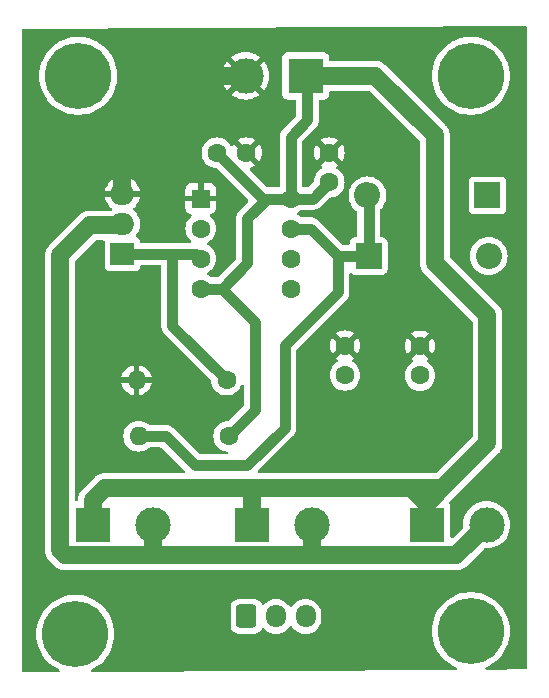
<source format=gbr>
%TF.GenerationSoftware,KiCad,Pcbnew,7.0.9*%
%TF.CreationDate,2024-03-13T22:21:00+01:00*%
%TF.ProjectId,Backlighting_PCB,4261636b-6c69-4676-9874-696e675f5043,rev?*%
%TF.SameCoordinates,Original*%
%TF.FileFunction,Copper,L2,Bot*%
%TF.FilePolarity,Positive*%
%FSLAX46Y46*%
G04 Gerber Fmt 4.6, Leading zero omitted, Abs format (unit mm)*
G04 Created by KiCad (PCBNEW 7.0.9) date 2024-03-13 22:21:00*
%MOMM*%
%LPD*%
G01*
G04 APERTURE LIST*
G04 Aperture macros list*
%AMRoundRect*
0 Rectangle with rounded corners*
0 $1 Rounding radius*
0 $2 $3 $4 $5 $6 $7 $8 $9 X,Y pos of 4 corners*
0 Add a 4 corners polygon primitive as box body*
4,1,4,$2,$3,$4,$5,$6,$7,$8,$9,$2,$3,0*
0 Add four circle primitives for the rounded corners*
1,1,$1+$1,$2,$3*
1,1,$1+$1,$4,$5*
1,1,$1+$1,$6,$7*
1,1,$1+$1,$8,$9*
0 Add four rect primitives between the rounded corners*
20,1,$1+$1,$2,$3,$4,$5,0*
20,1,$1+$1,$4,$5,$6,$7,0*
20,1,$1+$1,$6,$7,$8,$9,0*
20,1,$1+$1,$8,$9,$2,$3,0*%
G04 Aperture macros list end*
%TA.AperFunction,ComponentPad*%
%ADD10C,1.600000*%
%TD*%
%TA.AperFunction,ComponentPad*%
%ADD11O,1.600000X1.600000*%
%TD*%
%TA.AperFunction,ComponentPad*%
%ADD12C,3.600000*%
%TD*%
%TA.AperFunction,ConnectorPad*%
%ADD13C,5.600000*%
%TD*%
%TA.AperFunction,ComponentPad*%
%ADD14R,2.200000X2.200000*%
%TD*%
%TA.AperFunction,ComponentPad*%
%ADD15O,2.200000X2.200000*%
%TD*%
%TA.AperFunction,ComponentPad*%
%ADD16R,3.000000X3.000000*%
%TD*%
%TA.AperFunction,ComponentPad*%
%ADD17C,3.000000*%
%TD*%
%TA.AperFunction,ComponentPad*%
%ADD18RoundRect,0.250000X-0.600000X-0.725000X0.600000X-0.725000X0.600000X0.725000X-0.600000X0.725000X0*%
%TD*%
%TA.AperFunction,ComponentPad*%
%ADD19O,1.700000X1.950000*%
%TD*%
%TA.AperFunction,ComponentPad*%
%ADD20R,2.000000X1.905000*%
%TD*%
%TA.AperFunction,ComponentPad*%
%ADD21O,2.000000X1.905000*%
%TD*%
%TA.AperFunction,ComponentPad*%
%ADD22R,1.600000X1.600000*%
%TD*%
%TA.AperFunction,Conductor*%
%ADD23C,1.524000*%
%TD*%
%TA.AperFunction,Conductor*%
%ADD24C,0.889000*%
%TD*%
G04 APERTURE END LIST*
D10*
%TO.P,R2,1*%
%TO.N,Net-(Q1-G)*%
X75060000Y-55000000D03*
D11*
%TO.P,R2,2*%
%TO.N,GND*%
X67440000Y-55000000D03*
%TD*%
D12*
%TO.P,H4,1*%
%TO.N,N/C*%
X95750000Y-76250000D03*
D13*
X95750000Y-76250000D03*
%TD*%
D10*
%TO.P,R1,1*%
%TO.N,+9V*%
X75250000Y-59750000D03*
D11*
%TO.P,R1,2*%
%TO.N,Net-(D1-A)*%
X67630000Y-59750000D03*
%TD*%
D14*
%TO.P,D1,1,K*%
%TO.N,Net-(D1-K)*%
X97155000Y-39370000D03*
D15*
%TO.P,D1,2,A*%
%TO.N,Net-(D1-A)*%
X86995000Y-39370000D03*
%TD*%
D16*
%TO.P,J32,1,Pin_1*%
%TO.N,+9V*%
X81750000Y-29250000D03*
D17*
%TO.P,J32,2,Pin_2*%
%TO.N,GND*%
X76670000Y-29250000D03*
%TD*%
D12*
%TO.P,H5,1*%
%TO.N,N/C*%
X62500000Y-29250000D03*
D13*
X62500000Y-29250000D03*
%TD*%
D18*
%TO.P,J31,1,Pin_1*%
%TO.N,Net-(D1-K)*%
X76750000Y-75000000D03*
D19*
%TO.P,J31,2,Pin_2*%
%TO.N,Net-(J31-Pin_2)*%
X79250000Y-75000000D03*
%TO.P,J31,3,Pin_3*%
%TO.N,Net-(D2-A)*%
X81750000Y-75000000D03*
%TD*%
D14*
%TO.P,D2,1,K*%
%TO.N,Net-(D1-A)*%
X87090000Y-44500000D03*
D15*
%TO.P,D2,2,A*%
%TO.N,Net-(D2-A)*%
X97250000Y-44500000D03*
%TD*%
D10*
%TO.P,C3,1*%
%TO.N,+9V*%
X83750000Y-38250000D03*
%TO.P,C3,2*%
%TO.N,GND*%
X83750000Y-35750000D03*
%TD*%
D12*
%TO.P,H6,1*%
%TO.N,N/C*%
X95750000Y-29250000D03*
D13*
X95750000Y-29250000D03*
%TD*%
D10*
%TO.P,C4,1*%
%TO.N,+9V*%
X74250000Y-35750000D03*
%TO.P,C4,2*%
%TO.N,GND*%
X76750000Y-35750000D03*
%TD*%
D16*
%TO.P,J13,1,Pin_1*%
%TO.N,+9V*%
X77250000Y-67250000D03*
D17*
%TO.P,J13,2,Pin_2*%
%TO.N,Net-(J12-Pin_2)*%
X82330000Y-67250000D03*
%TD*%
D10*
%TO.P,C1,1*%
%TO.N,Net-(J31-Pin_2)*%
X91440000Y-54610000D03*
%TO.P,C1,2*%
%TO.N,GND*%
X91440000Y-52110000D03*
%TD*%
D20*
%TO.P,Q1,1,G*%
%TO.N,Net-(Q1-G)*%
X66250000Y-44330000D03*
D21*
%TO.P,Q1,2,D*%
%TO.N,Net-(J12-Pin_2)*%
X66250000Y-41790000D03*
%TO.P,Q1,3,S*%
%TO.N,GND*%
X66250000Y-39250000D03*
%TD*%
D12*
%TO.P,H7,1*%
%TO.N,N/C*%
X62250000Y-76500000D03*
D13*
X62250000Y-76500000D03*
%TD*%
D16*
%TO.P,J14,1,Pin_1*%
%TO.N,+9V*%
X92000000Y-67250000D03*
D17*
%TO.P,J14,2,Pin_2*%
%TO.N,Net-(J12-Pin_2)*%
X97080000Y-67250000D03*
%TD*%
D10*
%TO.P,C2,1*%
%TO.N,Net-(U1-CONT)*%
X85090000Y-54590000D03*
%TO.P,C2,2*%
%TO.N,GND*%
X85090000Y-52090000D03*
%TD*%
D22*
%TO.P,U1,1,GND*%
%TO.N,GND*%
X72880000Y-39630000D03*
D10*
%TO.P,U1,2,TRIG*%
%TO.N,Net-(J31-Pin_2)*%
X72880000Y-42170000D03*
%TO.P,U1,3,OUT*%
%TO.N,Net-(Q1-G)*%
X72880000Y-44710000D03*
%TO.P,U1,4,RESET*%
%TO.N,+9V*%
X72880000Y-47250000D03*
%TO.P,U1,5,CONT*%
%TO.N,Net-(U1-CONT)*%
X80500000Y-47250000D03*
%TO.P,U1,6,THRES*%
%TO.N,Net-(J31-Pin_2)*%
X80500000Y-44710000D03*
%TO.P,U1,7,DISCH*%
%TO.N,Net-(D1-A)*%
X80500000Y-42170000D03*
%TO.P,U1,8,VCC*%
%TO.N,+9V*%
X80500000Y-39630000D03*
%TD*%
D16*
%TO.P,J12,1,Pin_1*%
%TO.N,+9V*%
X63750000Y-67250000D03*
D17*
%TO.P,J12,2,Pin_2*%
%TO.N,Net-(J12-Pin_2)*%
X68830000Y-67250000D03*
%TD*%
D23*
%TO.N,GND*%
X76670000Y-29250000D02*
X73620000Y-29250000D01*
X66250000Y-36620000D02*
X66250000Y-39250000D01*
X73620000Y-29250000D02*
X66250000Y-36620000D01*
D24*
%TO.N,Net-(D1-A)*%
X80500000Y-42170000D02*
X82175000Y-42170000D01*
X67630000Y-59750000D02*
X69910000Y-59750000D01*
X87090000Y-39465000D02*
X86995000Y-39370000D01*
X80010000Y-52070000D02*
X84505000Y-47575000D01*
X84505000Y-44500000D02*
X87090000Y-44500000D01*
X72390000Y-62230000D02*
X76835000Y-62230000D01*
X80010000Y-59055000D02*
X80010000Y-52070000D01*
X82175000Y-42170000D02*
X84505000Y-44500000D01*
X87090000Y-44500000D02*
X87090000Y-39465000D01*
X69910000Y-59750000D02*
X72390000Y-62230000D01*
X84505000Y-47575000D02*
X84505000Y-44500000D01*
X76835000Y-62230000D02*
X80010000Y-59055000D01*
%TO.N,+9V*%
X74670000Y-47250000D02*
X76835000Y-45085000D01*
D23*
X92000000Y-65480000D02*
X93345000Y-64135000D01*
D24*
X81915000Y-29415000D02*
X81750000Y-29250000D01*
X76835000Y-41275000D02*
X78480000Y-39630000D01*
D23*
X90170000Y-64135000D02*
X90655000Y-64135000D01*
X63750000Y-65155000D02*
X64770000Y-64135000D01*
D24*
X78480000Y-39630000D02*
X78130000Y-39630000D01*
D23*
X81750000Y-29250000D02*
X87670000Y-29250000D01*
X90170000Y-64135000D02*
X93345000Y-64135000D01*
D24*
X78480000Y-39630000D02*
X80500000Y-39630000D01*
X81915000Y-33020000D02*
X81915000Y-29415000D01*
D23*
X92710000Y-45085000D02*
X97155000Y-49530000D01*
X97155000Y-49530000D02*
X97155000Y-60325000D01*
X90655000Y-64135000D02*
X92000000Y-65480000D01*
D24*
X80500000Y-34435000D02*
X81915000Y-33020000D01*
D23*
X92000000Y-67250000D02*
X92000000Y-65480000D01*
D24*
X77470000Y-57530000D02*
X75250000Y-59750000D01*
D23*
X77250000Y-67250000D02*
X77250000Y-64550000D01*
D24*
X76835000Y-45085000D02*
X76835000Y-41275000D01*
X77470000Y-50050000D02*
X77470000Y-57530000D01*
X82370000Y-39630000D02*
X83750000Y-38250000D01*
D23*
X97155000Y-60325000D02*
X93345000Y-64135000D01*
D24*
X72880000Y-47250000D02*
X74670000Y-47250000D01*
D23*
X64770000Y-64135000D02*
X76835000Y-64135000D01*
D24*
X80500000Y-39630000D02*
X82370000Y-39630000D01*
D23*
X92710000Y-34290000D02*
X92710000Y-45085000D01*
X76835000Y-64135000D02*
X90170000Y-64135000D01*
D24*
X78130000Y-39630000D02*
X74250000Y-35750000D01*
D23*
X77250000Y-64550000D02*
X76835000Y-64135000D01*
X63750000Y-67250000D02*
X63750000Y-65155000D01*
D24*
X74670000Y-47250000D02*
X77470000Y-50050000D01*
X80500000Y-39630000D02*
X80500000Y-34435000D01*
D23*
X87670000Y-29250000D02*
X92710000Y-34290000D01*
D24*
%TO.N,Net-(Q1-G)*%
X70485000Y-50425000D02*
X75060000Y-55000000D01*
X66250000Y-44330000D02*
X70485000Y-44330000D01*
X72500000Y-44330000D02*
X72880000Y-44710000D01*
X70485000Y-44330000D02*
X70485000Y-50425000D01*
X70485000Y-44330000D02*
X72500000Y-44330000D01*
D23*
%TO.N,Net-(J12-Pin_2)*%
X66130000Y-41910000D02*
X66250000Y-41790000D01*
X63500000Y-41910000D02*
X66130000Y-41910000D01*
X81750000Y-69850000D02*
X82330000Y-69270000D01*
X60960000Y-44450000D02*
X63500000Y-41910000D01*
X68750000Y-69850000D02*
X68830000Y-69770000D01*
X97080000Y-67250000D02*
X94480000Y-69850000D01*
X94480000Y-69850000D02*
X78740000Y-69850000D01*
X67310000Y-69850000D02*
X61426000Y-69850000D01*
X78740000Y-69850000D02*
X81750000Y-69850000D01*
X68830000Y-69770000D02*
X68830000Y-67250000D01*
X60960000Y-69384000D02*
X60960000Y-44450000D01*
X61426000Y-69850000D02*
X60960000Y-69384000D01*
X78740000Y-69850000D02*
X67310000Y-69850000D01*
X67310000Y-69850000D02*
X68750000Y-69850000D01*
X82330000Y-69270000D02*
X82330000Y-67250000D01*
%TD*%
%TA.AperFunction,Conductor*%
%TO.N,GND*%
G36*
X64695386Y-43192185D02*
G01*
X64741141Y-43244989D01*
X64751637Y-43309753D01*
X64749500Y-43329630D01*
X64749500Y-45330370D01*
X64749501Y-45330376D01*
X64755908Y-45389983D01*
X64806202Y-45524828D01*
X64806206Y-45524835D01*
X64892452Y-45640044D01*
X64892455Y-45640047D01*
X65007664Y-45726293D01*
X65007671Y-45726297D01*
X65142517Y-45776591D01*
X65142516Y-45776591D01*
X65149444Y-45777335D01*
X65202127Y-45783000D01*
X67297872Y-45782999D01*
X67357483Y-45776591D01*
X67492331Y-45726296D01*
X67607546Y-45640046D01*
X67693796Y-45524831D01*
X67744091Y-45389983D01*
X67744547Y-45385744D01*
X67745817Y-45382676D01*
X67745874Y-45382438D01*
X67745912Y-45382447D01*
X67771285Y-45321193D01*
X67828678Y-45281345D01*
X67867836Y-45275000D01*
X69416000Y-45275000D01*
X69483039Y-45294685D01*
X69528794Y-45347489D01*
X69540000Y-45399000D01*
X69540000Y-50413036D01*
X69537868Y-50497123D01*
X69548067Y-50554027D01*
X69548721Y-50558693D01*
X69554570Y-50616201D01*
X69554571Y-50616209D01*
X69564220Y-50646966D01*
X69566092Y-50654591D01*
X69571776Y-50686305D01*
X69571778Y-50686311D01*
X69593217Y-50739984D01*
X69594796Y-50744420D01*
X69612106Y-50799585D01*
X69612109Y-50799592D01*
X69627749Y-50827771D01*
X69631116Y-50834862D01*
X69643071Y-50864788D01*
X69674885Y-50913062D01*
X69677320Y-50917081D01*
X69705371Y-50967620D01*
X69705375Y-50967626D01*
X69705379Y-50967632D01*
X69723069Y-50988239D01*
X69726369Y-50992083D01*
X69731098Y-50998356D01*
X69748833Y-51025265D01*
X69789726Y-51066158D01*
X69792918Y-51069603D01*
X69830569Y-51113461D01*
X69856047Y-51133182D01*
X69861943Y-51138375D01*
X73725586Y-55002017D01*
X73759071Y-55063340D01*
X73761433Y-55078890D01*
X73774364Y-55226687D01*
X73774366Y-55226697D01*
X73833258Y-55446488D01*
X73833261Y-55446497D01*
X73929431Y-55652732D01*
X73929432Y-55652734D01*
X74059954Y-55839141D01*
X74220858Y-56000045D01*
X74220861Y-56000047D01*
X74407266Y-56130568D01*
X74613504Y-56226739D01*
X74833308Y-56285635D01*
X74995230Y-56299801D01*
X75059998Y-56305468D01*
X75060000Y-56305468D01*
X75060002Y-56305468D01*
X75116673Y-56300509D01*
X75286692Y-56285635D01*
X75506496Y-56226739D01*
X75712734Y-56130568D01*
X75899139Y-56000047D01*
X76060047Y-55839139D01*
X76190568Y-55652734D01*
X76286739Y-55446496D01*
X76286739Y-55446494D01*
X76288618Y-55442466D01*
X76334790Y-55390027D01*
X76401984Y-55370875D01*
X76468865Y-55391091D01*
X76514200Y-55444256D01*
X76525000Y-55494871D01*
X76525000Y-57087206D01*
X76505315Y-57154245D01*
X76488681Y-57174887D01*
X75247981Y-58415586D01*
X75186658Y-58449071D01*
X75171108Y-58451433D01*
X75023312Y-58464364D01*
X75023302Y-58464366D01*
X74803511Y-58523258D01*
X74803502Y-58523261D01*
X74597267Y-58619431D01*
X74597265Y-58619432D01*
X74410858Y-58749954D01*
X74249954Y-58910858D01*
X74119432Y-59097265D01*
X74119431Y-59097267D01*
X74023261Y-59303502D01*
X74023258Y-59303511D01*
X73964366Y-59523302D01*
X73964364Y-59523313D01*
X73944532Y-59749998D01*
X73944532Y-59750001D01*
X73964364Y-59976686D01*
X73964366Y-59976697D01*
X74023258Y-60196488D01*
X74023261Y-60196497D01*
X74119431Y-60402732D01*
X74119432Y-60402734D01*
X74249954Y-60589141D01*
X74410858Y-60750045D01*
X74410861Y-60750047D01*
X74597266Y-60880568D01*
X74803504Y-60976739D01*
X75023308Y-61035635D01*
X75044306Y-61037472D01*
X75109375Y-61062924D01*
X75150354Y-61119515D01*
X75154232Y-61189277D01*
X75119778Y-61250061D01*
X75057931Y-61282569D01*
X75033499Y-61285000D01*
X72832794Y-61285000D01*
X72765755Y-61265315D01*
X72745113Y-61248681D01*
X70586687Y-59090256D01*
X70528721Y-59029276D01*
X70528718Y-59029273D01*
X70481262Y-58996244D01*
X70477498Y-58993405D01*
X70432710Y-58956885D01*
X70432711Y-58956885D01*
X70432708Y-58956883D01*
X70404135Y-58941957D01*
X70397422Y-58937890D01*
X70370975Y-58919482D01*
X70370973Y-58919481D01*
X70370968Y-58919478D01*
X70317843Y-58896680D01*
X70313587Y-58894659D01*
X70262354Y-58867897D01*
X70231369Y-58859030D01*
X70223970Y-58856396D01*
X70194360Y-58843689D01*
X70137735Y-58832052D01*
X70133158Y-58830929D01*
X70077580Y-58815026D01*
X70045446Y-58812578D01*
X70037667Y-58811487D01*
X70006098Y-58805000D01*
X70006097Y-58805000D01*
X69948279Y-58805000D01*
X69943571Y-58804821D01*
X69937700Y-58804374D01*
X69885937Y-58800431D01*
X69867210Y-58802816D01*
X69853965Y-58804503D01*
X69846135Y-58805000D01*
X68575549Y-58805000D01*
X68508510Y-58785315D01*
X68487868Y-58768681D01*
X68469141Y-58749954D01*
X68282734Y-58619432D01*
X68282732Y-58619431D01*
X68076497Y-58523261D01*
X68076488Y-58523258D01*
X67856697Y-58464366D01*
X67856693Y-58464365D01*
X67856692Y-58464365D01*
X67856691Y-58464364D01*
X67856686Y-58464364D01*
X67630002Y-58444532D01*
X67629998Y-58444532D01*
X67403313Y-58464364D01*
X67403302Y-58464366D01*
X67183511Y-58523258D01*
X67183502Y-58523261D01*
X66977267Y-58619431D01*
X66977265Y-58619432D01*
X66790858Y-58749954D01*
X66629954Y-58910858D01*
X66499432Y-59097265D01*
X66499431Y-59097267D01*
X66403261Y-59303502D01*
X66403258Y-59303511D01*
X66344366Y-59523302D01*
X66344364Y-59523313D01*
X66324532Y-59749998D01*
X66324532Y-59750001D01*
X66344364Y-59976686D01*
X66344366Y-59976697D01*
X66403258Y-60196488D01*
X66403261Y-60196497D01*
X66499431Y-60402732D01*
X66499432Y-60402734D01*
X66629954Y-60589141D01*
X66790858Y-60750045D01*
X66790861Y-60750047D01*
X66977266Y-60880568D01*
X67183504Y-60976739D01*
X67403308Y-61035635D01*
X67565230Y-61049801D01*
X67629998Y-61055468D01*
X67630000Y-61055468D01*
X67630002Y-61055468D01*
X67688693Y-61050333D01*
X67856692Y-61035635D01*
X68076496Y-60976739D01*
X68282734Y-60880568D01*
X68469139Y-60750047D01*
X68469141Y-60750045D01*
X68487868Y-60731319D01*
X68549191Y-60697834D01*
X68575549Y-60695000D01*
X69467206Y-60695000D01*
X69534245Y-60714685D01*
X69554887Y-60731319D01*
X71484387Y-62660819D01*
X71517872Y-62722142D01*
X71512888Y-62791834D01*
X71471016Y-62847767D01*
X71405552Y-62872184D01*
X71396706Y-62872500D01*
X64844385Y-62872500D01*
X64837446Y-62872110D01*
X64813863Y-62869453D01*
X64798446Y-62867716D01*
X64798438Y-62867715D01*
X64729575Y-62872359D01*
X64725402Y-62872500D01*
X64713294Y-62872500D01*
X64670924Y-62876313D01*
X64571710Y-62883003D01*
X64571697Y-62883005D01*
X64567318Y-62884108D01*
X64548165Y-62887362D01*
X64543664Y-62887767D01*
X64543658Y-62887768D01*
X64447770Y-62914231D01*
X64351336Y-62938530D01*
X64347223Y-62940399D01*
X64328943Y-62947026D01*
X64324598Y-62948225D01*
X64324591Y-62948227D01*
X64234969Y-62991388D01*
X64144425Y-63032515D01*
X64144420Y-63032517D01*
X64140707Y-63035090D01*
X64123925Y-63044863D01*
X64119851Y-63046825D01*
X64119840Y-63046832D01*
X64039373Y-63105295D01*
X63957625Y-63161929D01*
X63954423Y-63165131D01*
X63939651Y-63177746D01*
X63936006Y-63180394D01*
X63935994Y-63180404D01*
X63867261Y-63252293D01*
X62909879Y-64209674D01*
X62904693Y-64214309D01*
X62874010Y-64238779D01*
X62874002Y-64238787D01*
X62828599Y-64290755D01*
X62825754Y-64293799D01*
X62817185Y-64302369D01*
X62817183Y-64302371D01*
X62789914Y-64335034D01*
X62724489Y-64409920D01*
X62724482Y-64409930D01*
X62722170Y-64413800D01*
X62710922Y-64429653D01*
X62708029Y-64433118D01*
X62708028Y-64433120D01*
X62658943Y-64519625D01*
X62607929Y-64605008D01*
X62607929Y-64605009D01*
X62607924Y-64605018D01*
X62606339Y-64609242D01*
X62598106Y-64626840D01*
X62595881Y-64630760D01*
X62595875Y-64630775D01*
X62563028Y-64724645D01*
X62528080Y-64817762D01*
X62528077Y-64817773D01*
X62527270Y-64822221D01*
X62522309Y-64841012D01*
X62520821Y-64845265D01*
X62520819Y-64845272D01*
X62505259Y-64943512D01*
X62487500Y-65041370D01*
X62487500Y-65045880D01*
X62485974Y-65065266D01*
X62485268Y-65069729D01*
X62485268Y-65069732D01*
X62485268Y-65069736D01*
X62486457Y-65122718D01*
X62468281Y-65190182D01*
X62416517Y-65237110D01*
X62362488Y-65249500D01*
X62346500Y-65249500D01*
X62279461Y-65229815D01*
X62233706Y-65177011D01*
X62222500Y-65125500D01*
X62222500Y-54749999D01*
X66161127Y-54749999D01*
X66161128Y-54750000D01*
X67124314Y-54750000D01*
X67112359Y-54761955D01*
X67054835Y-54874852D01*
X67035014Y-55000000D01*
X67054835Y-55125148D01*
X67112359Y-55238045D01*
X67124314Y-55250000D01*
X66161128Y-55250000D01*
X66213730Y-55446317D01*
X66213734Y-55446326D01*
X66309865Y-55652482D01*
X66440342Y-55838820D01*
X66601179Y-55999657D01*
X66787517Y-56130134D01*
X66993673Y-56226265D01*
X66993682Y-56226269D01*
X67189999Y-56278872D01*
X67190000Y-56278871D01*
X67190000Y-55315686D01*
X67201955Y-55327641D01*
X67314852Y-55385165D01*
X67408519Y-55400000D01*
X67471481Y-55400000D01*
X67565148Y-55385165D01*
X67678045Y-55327641D01*
X67690000Y-55315686D01*
X67690000Y-56278872D01*
X67886317Y-56226269D01*
X67886326Y-56226265D01*
X68092482Y-56130134D01*
X68278820Y-55999657D01*
X68439657Y-55838820D01*
X68570134Y-55652482D01*
X68666265Y-55446326D01*
X68666269Y-55446317D01*
X68718872Y-55250000D01*
X67755686Y-55250000D01*
X67767641Y-55238045D01*
X67825165Y-55125148D01*
X67844986Y-55000000D01*
X67825165Y-54874852D01*
X67767641Y-54761955D01*
X67755686Y-54750000D01*
X68718872Y-54750000D01*
X68718872Y-54749999D01*
X68666269Y-54553682D01*
X68666265Y-54553673D01*
X68570134Y-54347517D01*
X68439657Y-54161179D01*
X68278820Y-54000342D01*
X68092482Y-53869865D01*
X67886328Y-53773734D01*
X67690000Y-53721127D01*
X67690000Y-54684314D01*
X67678045Y-54672359D01*
X67565148Y-54614835D01*
X67471481Y-54600000D01*
X67408519Y-54600000D01*
X67314852Y-54614835D01*
X67201955Y-54672359D01*
X67190000Y-54684314D01*
X67190000Y-53721127D01*
X66993671Y-53773734D01*
X66787517Y-53869865D01*
X66601179Y-54000342D01*
X66440342Y-54161179D01*
X66309865Y-54347517D01*
X66213734Y-54553673D01*
X66213730Y-54553682D01*
X66161127Y-54749999D01*
X62222500Y-54749999D01*
X62222500Y-45024306D01*
X62242185Y-44957267D01*
X62258819Y-44936625D01*
X63986625Y-43208819D01*
X64047948Y-43175334D01*
X64074306Y-43172500D01*
X64628347Y-43172500D01*
X64695386Y-43192185D01*
G37*
%TD.AperFunction*%
%TA.AperFunction,Conductor*%
G36*
X87162732Y-30532185D02*
G01*
X87183374Y-30548819D01*
X91411181Y-34776625D01*
X91444666Y-34837948D01*
X91447500Y-34864306D01*
X91447500Y-45010615D01*
X91447110Y-45017553D01*
X91444762Y-45038390D01*
X91442716Y-45056553D01*
X91442715Y-45056560D01*
X91447359Y-45125423D01*
X91447500Y-45129596D01*
X91447500Y-45141703D01*
X91451313Y-45184074D01*
X91458004Y-45283298D01*
X91459106Y-45287671D01*
X91462362Y-45306834D01*
X91462767Y-45311338D01*
X91489231Y-45407229D01*
X91513528Y-45503657D01*
X91513531Y-45503663D01*
X91515393Y-45507764D01*
X91522026Y-45526058D01*
X91523223Y-45530396D01*
X91523225Y-45530401D01*
X91523226Y-45530404D01*
X91543461Y-45572422D01*
X91566388Y-45620030D01*
X91607511Y-45710568D01*
X91607512Y-45710570D01*
X91610083Y-45714281D01*
X91619866Y-45731081D01*
X91621824Y-45735147D01*
X91621830Y-45735157D01*
X91680295Y-45815626D01*
X91736931Y-45897376D01*
X91740115Y-45900560D01*
X91752750Y-45915353D01*
X91755399Y-45918999D01*
X91755401Y-45919002D01*
X91827294Y-45987739D01*
X95856181Y-50016625D01*
X95889666Y-50077948D01*
X95892500Y-50104306D01*
X95892500Y-59750693D01*
X95872815Y-59817732D01*
X95856181Y-59838374D01*
X92858374Y-62836181D01*
X92797051Y-62869666D01*
X92770693Y-62872500D01*
X90764120Y-62872500D01*
X90744733Y-62870974D01*
X90740271Y-62870268D01*
X90740265Y-62870268D01*
X90640819Y-62872500D01*
X77828293Y-62872500D01*
X77761254Y-62852815D01*
X77715499Y-62800011D01*
X77705555Y-62730853D01*
X77734580Y-62667297D01*
X77740612Y-62660819D01*
X79864963Y-60536467D01*
X80669743Y-59731687D01*
X80730724Y-59673721D01*
X80763771Y-59626238D01*
X80766569Y-59622528D01*
X80803117Y-59577708D01*
X80818044Y-59549129D01*
X80822098Y-59542437D01*
X80840518Y-59515975D01*
X80863321Y-59462834D01*
X80865327Y-59458609D01*
X80892102Y-59407355D01*
X80900971Y-59376354D01*
X80903591Y-59368995D01*
X80916311Y-59339357D01*
X80927956Y-59282690D01*
X80929067Y-59278167D01*
X80944974Y-59222577D01*
X80947421Y-59190436D01*
X80948509Y-59182679D01*
X80955000Y-59151097D01*
X80955000Y-59093279D01*
X80955179Y-59088569D01*
X80959568Y-59030937D01*
X80959356Y-59029273D01*
X80955496Y-58998965D01*
X80955000Y-58991135D01*
X80955000Y-54590001D01*
X83784532Y-54590001D01*
X83804364Y-54816686D01*
X83804366Y-54816697D01*
X83863258Y-55036488D01*
X83863261Y-55036497D01*
X83959431Y-55242732D01*
X83959432Y-55242734D01*
X84089954Y-55429141D01*
X84250858Y-55590045D01*
X84250861Y-55590047D01*
X84437266Y-55720568D01*
X84643504Y-55816739D01*
X84863308Y-55875635D01*
X85025230Y-55889801D01*
X85089998Y-55895468D01*
X85090000Y-55895468D01*
X85090002Y-55895468D01*
X85146673Y-55890509D01*
X85316692Y-55875635D01*
X85536496Y-55816739D01*
X85742734Y-55720568D01*
X85929139Y-55590047D01*
X86090047Y-55429139D01*
X86220568Y-55242734D01*
X86316739Y-55036496D01*
X86375635Y-54816692D01*
X86393718Y-54610001D01*
X90134532Y-54610001D01*
X90154364Y-54836686D01*
X90154366Y-54836697D01*
X90213258Y-55056488D01*
X90213261Y-55056497D01*
X90309431Y-55262732D01*
X90309432Y-55262734D01*
X90439954Y-55449141D01*
X90600858Y-55610045D01*
X90600861Y-55610047D01*
X90787266Y-55740568D01*
X90993504Y-55836739D01*
X91213308Y-55895635D01*
X91375230Y-55909801D01*
X91439998Y-55915468D01*
X91440000Y-55915468D01*
X91440002Y-55915468D01*
X91496673Y-55910509D01*
X91666692Y-55895635D01*
X91886496Y-55836739D01*
X92092734Y-55740568D01*
X92279139Y-55610047D01*
X92440047Y-55449139D01*
X92570568Y-55262734D01*
X92666739Y-55056496D01*
X92725635Y-54836692D01*
X92745468Y-54610000D01*
X92725635Y-54383308D01*
X92666739Y-54163504D01*
X92570568Y-53957266D01*
X92442059Y-53773734D01*
X92440045Y-53770858D01*
X92279141Y-53609954D01*
X92092734Y-53479432D01*
X92092730Y-53479430D01*
X92077022Y-53472105D01*
X92024583Y-53425931D01*
X92005433Y-53358737D01*
X92025650Y-53291857D01*
X92077028Y-53247340D01*
X92092481Y-53240134D01*
X92165472Y-53189025D01*
X91484401Y-52507953D01*
X91565148Y-52495165D01*
X91678045Y-52437641D01*
X91767641Y-52348045D01*
X91825165Y-52235148D01*
X91837953Y-52154400D01*
X92519025Y-52835472D01*
X92570136Y-52762478D01*
X92666264Y-52556331D01*
X92666269Y-52556317D01*
X92725139Y-52336610D01*
X92725141Y-52336599D01*
X92744966Y-52110002D01*
X92744966Y-52109997D01*
X92725141Y-51883400D01*
X92725139Y-51883389D01*
X92666269Y-51663682D01*
X92666265Y-51663673D01*
X92570133Y-51457516D01*
X92570131Y-51457512D01*
X92519026Y-51384526D01*
X92519025Y-51384526D01*
X91837953Y-52065598D01*
X91825165Y-51984852D01*
X91767641Y-51871955D01*
X91678045Y-51782359D01*
X91565148Y-51724835D01*
X91484400Y-51712046D01*
X92165472Y-51030974D01*
X92165471Y-51030973D01*
X92092483Y-50979866D01*
X92092481Y-50979865D01*
X91886326Y-50883734D01*
X91886317Y-50883730D01*
X91666610Y-50824860D01*
X91666599Y-50824858D01*
X91440002Y-50805034D01*
X91439998Y-50805034D01*
X91213400Y-50824858D01*
X91213389Y-50824860D01*
X90993682Y-50883730D01*
X90993673Y-50883734D01*
X90787513Y-50979868D01*
X90714527Y-51030972D01*
X90714526Y-51030973D01*
X91395600Y-51712046D01*
X91314852Y-51724835D01*
X91201955Y-51782359D01*
X91112359Y-51871955D01*
X91054835Y-51984852D01*
X91042046Y-52065599D01*
X90360973Y-51384526D01*
X90360972Y-51384527D01*
X90309868Y-51457513D01*
X90213734Y-51663673D01*
X90213730Y-51663682D01*
X90154860Y-51883389D01*
X90154858Y-51883400D01*
X90135034Y-52109997D01*
X90135034Y-52110002D01*
X90154858Y-52336599D01*
X90154860Y-52336610D01*
X90213730Y-52556317D01*
X90213734Y-52556326D01*
X90309865Y-52762481D01*
X90309866Y-52762483D01*
X90360973Y-52835471D01*
X90360974Y-52835472D01*
X91042046Y-52154399D01*
X91054835Y-52235148D01*
X91112359Y-52348045D01*
X91201955Y-52437641D01*
X91314852Y-52495165D01*
X91395599Y-52507953D01*
X90714526Y-53189025D01*
X90714526Y-53189026D01*
X90787512Y-53240131D01*
X90787515Y-53240132D01*
X90802974Y-53247341D01*
X90855414Y-53293513D01*
X90874567Y-53360706D01*
X90854352Y-53427587D01*
X90802978Y-53472105D01*
X90787269Y-53479430D01*
X90787265Y-53479432D01*
X90600858Y-53609954D01*
X90439954Y-53770858D01*
X90309432Y-53957265D01*
X90309431Y-53957267D01*
X90213261Y-54163502D01*
X90213258Y-54163511D01*
X90154366Y-54383302D01*
X90154364Y-54383313D01*
X90134532Y-54609998D01*
X90134532Y-54610001D01*
X86393718Y-54610001D01*
X86395468Y-54590000D01*
X86375635Y-54363308D01*
X86316739Y-54143504D01*
X86220568Y-53937266D01*
X86090047Y-53750861D01*
X86090045Y-53750858D01*
X85929141Y-53589954D01*
X85742734Y-53459432D01*
X85742730Y-53459430D01*
X85727022Y-53452105D01*
X85674583Y-53405931D01*
X85655433Y-53338737D01*
X85675650Y-53271857D01*
X85727028Y-53227340D01*
X85742481Y-53220134D01*
X85815472Y-53169025D01*
X85134401Y-52487953D01*
X85215148Y-52475165D01*
X85328045Y-52417641D01*
X85417641Y-52328045D01*
X85475165Y-52215148D01*
X85487953Y-52134400D01*
X86169025Y-52815472D01*
X86220136Y-52742478D01*
X86316264Y-52536331D01*
X86316269Y-52536317D01*
X86375139Y-52316610D01*
X86375141Y-52316599D01*
X86394966Y-52090002D01*
X86394966Y-52089997D01*
X86375141Y-51863400D01*
X86375139Y-51863389D01*
X86316269Y-51643682D01*
X86316265Y-51643673D01*
X86220133Y-51437516D01*
X86220131Y-51437512D01*
X86169026Y-51364526D01*
X86169025Y-51364526D01*
X85487953Y-52045598D01*
X85475165Y-51964852D01*
X85417641Y-51851955D01*
X85328045Y-51762359D01*
X85215148Y-51704835D01*
X85134400Y-51692046D01*
X85815472Y-51010974D01*
X85815471Y-51010973D01*
X85742483Y-50959866D01*
X85742481Y-50959865D01*
X85536326Y-50863734D01*
X85536317Y-50863730D01*
X85316610Y-50804860D01*
X85316599Y-50804858D01*
X85090002Y-50785034D01*
X85089998Y-50785034D01*
X84863400Y-50804858D01*
X84863389Y-50804860D01*
X84643682Y-50863730D01*
X84643673Y-50863734D01*
X84437513Y-50959868D01*
X84364527Y-51010972D01*
X84364526Y-51010973D01*
X85045600Y-51692046D01*
X84964852Y-51704835D01*
X84851955Y-51762359D01*
X84762359Y-51851955D01*
X84704835Y-51964852D01*
X84692046Y-52045599D01*
X84010973Y-51364526D01*
X84010972Y-51364527D01*
X83959868Y-51437513D01*
X83863734Y-51643673D01*
X83863730Y-51643682D01*
X83804860Y-51863389D01*
X83804858Y-51863400D01*
X83785034Y-52089997D01*
X83785034Y-52090002D01*
X83804858Y-52316599D01*
X83804860Y-52316610D01*
X83863730Y-52536317D01*
X83863734Y-52536326D01*
X83959865Y-52742481D01*
X83959866Y-52742483D01*
X84010973Y-52815471D01*
X84010974Y-52815472D01*
X84692046Y-52134399D01*
X84704835Y-52215148D01*
X84762359Y-52328045D01*
X84851955Y-52417641D01*
X84964852Y-52475165D01*
X85045599Y-52487953D01*
X84364526Y-53169025D01*
X84364526Y-53169026D01*
X84437512Y-53220131D01*
X84437515Y-53220132D01*
X84452974Y-53227341D01*
X84505414Y-53273513D01*
X84524567Y-53340706D01*
X84504352Y-53407587D01*
X84452978Y-53452105D01*
X84437269Y-53459430D01*
X84437265Y-53459432D01*
X84250858Y-53589954D01*
X84089954Y-53750858D01*
X83959432Y-53937265D01*
X83959431Y-53937267D01*
X83863261Y-54143502D01*
X83863258Y-54143511D01*
X83804366Y-54363302D01*
X83804364Y-54363313D01*
X83784532Y-54589998D01*
X83784532Y-54590001D01*
X80955000Y-54590001D01*
X80955000Y-52512792D01*
X80974685Y-52445753D01*
X80991314Y-52425116D01*
X85164743Y-48251687D01*
X85225724Y-48193721D01*
X85258771Y-48146238D01*
X85261569Y-48142528D01*
X85298117Y-48097708D01*
X85313044Y-48069129D01*
X85317098Y-48062437D01*
X85335518Y-48035975D01*
X85358321Y-47982834D01*
X85360327Y-47978609D01*
X85387102Y-47927355D01*
X85395971Y-47896354D01*
X85398591Y-47888995D01*
X85411311Y-47859357D01*
X85422956Y-47802690D01*
X85424067Y-47798167D01*
X85439974Y-47742577D01*
X85442421Y-47710436D01*
X85443509Y-47702679D01*
X85450000Y-47671097D01*
X85450000Y-47613279D01*
X85450179Y-47608569D01*
X85454568Y-47550937D01*
X85450496Y-47518965D01*
X85450000Y-47511135D01*
X85450000Y-46068682D01*
X85469685Y-46001643D01*
X85522489Y-45955888D01*
X85591647Y-45945944D01*
X85648308Y-45969414D01*
X85725063Y-46026873D01*
X85747668Y-46043795D01*
X85747671Y-46043797D01*
X85882517Y-46094091D01*
X85882516Y-46094091D01*
X85889444Y-46094835D01*
X85942127Y-46100500D01*
X88237872Y-46100499D01*
X88297483Y-46094091D01*
X88432331Y-46043796D01*
X88547546Y-45957546D01*
X88633796Y-45842331D01*
X88684091Y-45707483D01*
X88690500Y-45647873D01*
X88690499Y-43352128D01*
X88684091Y-43292517D01*
X88666364Y-43244989D01*
X88633797Y-43157671D01*
X88633793Y-43157664D01*
X88547547Y-43042455D01*
X88547544Y-43042452D01*
X88432335Y-42956206D01*
X88432328Y-42956202D01*
X88297482Y-42905908D01*
X88297483Y-42905908D01*
X88237883Y-42899501D01*
X88237881Y-42899500D01*
X88237873Y-42899500D01*
X88237865Y-42899500D01*
X88159000Y-42899500D01*
X88091961Y-42879815D01*
X88046206Y-42827011D01*
X88035000Y-42775500D01*
X88035000Y-40643717D01*
X88054685Y-40576678D01*
X88078470Y-40549426D01*
X88130212Y-40505234D01*
X88130224Y-40505224D01*
X88293836Y-40313659D01*
X88425466Y-40098859D01*
X88521873Y-39866111D01*
X88580683Y-39621148D01*
X88600449Y-39370000D01*
X88580683Y-39118852D01*
X88521873Y-38873889D01*
X88460575Y-38725901D01*
X88425466Y-38641140D01*
X88293839Y-38426346D01*
X88293838Y-38426343D01*
X88256875Y-38383066D01*
X88130224Y-38234776D01*
X87972238Y-38099843D01*
X87938656Y-38071161D01*
X87938653Y-38071160D01*
X87723859Y-37939533D01*
X87491110Y-37843126D01*
X87246151Y-37784317D01*
X86995000Y-37764551D01*
X86743848Y-37784317D01*
X86498889Y-37843126D01*
X86266140Y-37939533D01*
X86051346Y-38071160D01*
X86051343Y-38071161D01*
X85859776Y-38234776D01*
X85696161Y-38426343D01*
X85696160Y-38426346D01*
X85564533Y-38641140D01*
X85468126Y-38873889D01*
X85409317Y-39118848D01*
X85389551Y-39370000D01*
X85409317Y-39621151D01*
X85468126Y-39866110D01*
X85564533Y-40098859D01*
X85696160Y-40313653D01*
X85696161Y-40313656D01*
X85696164Y-40313659D01*
X85859776Y-40505224D01*
X86051341Y-40668836D01*
X86085790Y-40689946D01*
X86132664Y-40741755D01*
X86145000Y-40795673D01*
X86145000Y-42775500D01*
X86125315Y-42842539D01*
X86072511Y-42888294D01*
X86021002Y-42899500D01*
X85942130Y-42899500D01*
X85942123Y-42899501D01*
X85882516Y-42905908D01*
X85747671Y-42956202D01*
X85747664Y-42956206D01*
X85632455Y-43042452D01*
X85632452Y-43042455D01*
X85546206Y-43157664D01*
X85546202Y-43157671D01*
X85495908Y-43292517D01*
X85489501Y-43352116D01*
X85489501Y-43352123D01*
X85489500Y-43352135D01*
X85489500Y-43431000D01*
X85469815Y-43498039D01*
X85417011Y-43543794D01*
X85365500Y-43555000D01*
X84947794Y-43555000D01*
X84880755Y-43535315D01*
X84860113Y-43518681D01*
X82851687Y-41510256D01*
X82793721Y-41449276D01*
X82793718Y-41449273D01*
X82746262Y-41416244D01*
X82742498Y-41413405D01*
X82697710Y-41376885D01*
X82697711Y-41376885D01*
X82697708Y-41376883D01*
X82669135Y-41361957D01*
X82662422Y-41357890D01*
X82635975Y-41339482D01*
X82635973Y-41339481D01*
X82635968Y-41339478D01*
X82582843Y-41316680D01*
X82578587Y-41314659D01*
X82527354Y-41287897D01*
X82496369Y-41279030D01*
X82488970Y-41276396D01*
X82459360Y-41263689D01*
X82402735Y-41252052D01*
X82398158Y-41250929D01*
X82342580Y-41235026D01*
X82310446Y-41232578D01*
X82302667Y-41231487D01*
X82271098Y-41225000D01*
X82271097Y-41225000D01*
X82213279Y-41225000D01*
X82208571Y-41224821D01*
X82202700Y-41224374D01*
X82150937Y-41220431D01*
X82132210Y-41222816D01*
X82118965Y-41224503D01*
X82111135Y-41225000D01*
X81445549Y-41225000D01*
X81378510Y-41205315D01*
X81357868Y-41188681D01*
X81339141Y-41169954D01*
X81152734Y-41039432D01*
X81152728Y-41039429D01*
X81094725Y-41012382D01*
X81042285Y-40966210D01*
X81023133Y-40899017D01*
X81043348Y-40832135D01*
X81094725Y-40787618D01*
X81095643Y-40787190D01*
X81152734Y-40760568D01*
X81339139Y-40630047D01*
X81345681Y-40623505D01*
X81357868Y-40611319D01*
X81419191Y-40577834D01*
X81445549Y-40575000D01*
X82358037Y-40575000D01*
X82442121Y-40577131D01*
X82442121Y-40577130D01*
X82442127Y-40577131D01*
X82499045Y-40566928D01*
X82503683Y-40566277D01*
X82561208Y-40560429D01*
X82591966Y-40550778D01*
X82599590Y-40548907D01*
X82631306Y-40543223D01*
X82631310Y-40543221D01*
X82631312Y-40543221D01*
X82652797Y-40534638D01*
X82684999Y-40521775D01*
X82689416Y-40520203D01*
X82744588Y-40502893D01*
X82772777Y-40487246D01*
X82779849Y-40483887D01*
X82809788Y-40471929D01*
X82858059Y-40440115D01*
X82862085Y-40437676D01*
X82912632Y-40409621D01*
X82937084Y-40388628D01*
X82943357Y-40383900D01*
X82970265Y-40366167D01*
X83011170Y-40325260D01*
X83014575Y-40322104D01*
X83058461Y-40284431D01*
X83078191Y-40258940D01*
X83083362Y-40253068D01*
X83752020Y-39584410D01*
X83813341Y-39550927D01*
X83828882Y-39548566D01*
X83976692Y-39535635D01*
X84196496Y-39476739D01*
X84402734Y-39380568D01*
X84589139Y-39250047D01*
X84750047Y-39089139D01*
X84880568Y-38902734D01*
X84976739Y-38696496D01*
X85035635Y-38476692D01*
X85055468Y-38250000D01*
X85053029Y-38222127D01*
X85047814Y-38162516D01*
X85035635Y-38023308D01*
X84976739Y-37803504D01*
X84880568Y-37597266D01*
X84750047Y-37410861D01*
X84750045Y-37410858D01*
X84589141Y-37249954D01*
X84402734Y-37119432D01*
X84402730Y-37119430D01*
X84387022Y-37112105D01*
X84334583Y-37065931D01*
X84315433Y-36998737D01*
X84335650Y-36931857D01*
X84387028Y-36887340D01*
X84402481Y-36880134D01*
X84475472Y-36829025D01*
X83794401Y-36147953D01*
X83875148Y-36135165D01*
X83988045Y-36077641D01*
X84077641Y-35988045D01*
X84135165Y-35875148D01*
X84147953Y-35794400D01*
X84829025Y-36475472D01*
X84880136Y-36402478D01*
X84976264Y-36196331D01*
X84976269Y-36196317D01*
X85035139Y-35976610D01*
X85035141Y-35976599D01*
X85054966Y-35750002D01*
X85054966Y-35749997D01*
X85035141Y-35523400D01*
X85035139Y-35523389D01*
X84976269Y-35303682D01*
X84976265Y-35303673D01*
X84880133Y-35097516D01*
X84880131Y-35097512D01*
X84829026Y-35024526D01*
X84829025Y-35024526D01*
X84147953Y-35705598D01*
X84135165Y-35624852D01*
X84077641Y-35511955D01*
X83988045Y-35422359D01*
X83875148Y-35364835D01*
X83794400Y-35352046D01*
X84475472Y-34670974D01*
X84475471Y-34670973D01*
X84402483Y-34619866D01*
X84402481Y-34619865D01*
X84196326Y-34523734D01*
X84196317Y-34523730D01*
X83976610Y-34464860D01*
X83976599Y-34464858D01*
X83750002Y-34445034D01*
X83749998Y-34445034D01*
X83523400Y-34464858D01*
X83523389Y-34464860D01*
X83303682Y-34523730D01*
X83303673Y-34523734D01*
X83097513Y-34619868D01*
X83024527Y-34670972D01*
X83024526Y-34670973D01*
X83705600Y-35352046D01*
X83624852Y-35364835D01*
X83511955Y-35422359D01*
X83422359Y-35511955D01*
X83364835Y-35624852D01*
X83352046Y-35705599D01*
X82670973Y-35024526D01*
X82670972Y-35024527D01*
X82619868Y-35097513D01*
X82523734Y-35303673D01*
X82523730Y-35303682D01*
X82464860Y-35523389D01*
X82464858Y-35523400D01*
X82445034Y-35749997D01*
X82445034Y-35750002D01*
X82464858Y-35976599D01*
X82464860Y-35976610D01*
X82523730Y-36196317D01*
X82523734Y-36196326D01*
X82619865Y-36402481D01*
X82619866Y-36402483D01*
X82670973Y-36475471D01*
X82670974Y-36475472D01*
X83352046Y-35794399D01*
X83364835Y-35875148D01*
X83422359Y-35988045D01*
X83511955Y-36077641D01*
X83624852Y-36135165D01*
X83705599Y-36147953D01*
X83024526Y-36829025D01*
X83024526Y-36829026D01*
X83097512Y-36880131D01*
X83097515Y-36880132D01*
X83112974Y-36887341D01*
X83165414Y-36933513D01*
X83184567Y-37000706D01*
X83164352Y-37067587D01*
X83112978Y-37112105D01*
X83097269Y-37119430D01*
X83097265Y-37119432D01*
X82910858Y-37249954D01*
X82749954Y-37410858D01*
X82619432Y-37597265D01*
X82619431Y-37597267D01*
X82523261Y-37803502D01*
X82523258Y-37803511D01*
X82464366Y-38023302D01*
X82464364Y-38023312D01*
X82451433Y-38171107D01*
X82425980Y-38236176D01*
X82415587Y-38247980D01*
X82014886Y-38648682D01*
X81953566Y-38682166D01*
X81927207Y-38685000D01*
X81569000Y-38685000D01*
X81501961Y-38665315D01*
X81456206Y-38612511D01*
X81445000Y-38561000D01*
X81445000Y-34877792D01*
X81464685Y-34810753D01*
X81481314Y-34790115D01*
X82574743Y-33696687D01*
X82635724Y-33638721D01*
X82668771Y-33591238D01*
X82671569Y-33587528D01*
X82708117Y-33542708D01*
X82723044Y-33514129D01*
X82727098Y-33507437D01*
X82745518Y-33480975D01*
X82768321Y-33427834D01*
X82770327Y-33423609D01*
X82797102Y-33372355D01*
X82805971Y-33341354D01*
X82808591Y-33333995D01*
X82821311Y-33304357D01*
X82832956Y-33247690D01*
X82834067Y-33243167D01*
X82849974Y-33187577D01*
X82852421Y-33155436D01*
X82853509Y-33147679D01*
X82860000Y-33116097D01*
X82860000Y-33058279D01*
X82860179Y-33053569D01*
X82864568Y-32995937D01*
X82860496Y-32963965D01*
X82860000Y-32956135D01*
X82860000Y-31374499D01*
X82879685Y-31307460D01*
X82932489Y-31261705D01*
X82984000Y-31250499D01*
X83297871Y-31250499D01*
X83297872Y-31250499D01*
X83357483Y-31244091D01*
X83492331Y-31193796D01*
X83607546Y-31107546D01*
X83693796Y-30992331D01*
X83744091Y-30857483D01*
X83750500Y-30797873D01*
X83750500Y-30636500D01*
X83770185Y-30569461D01*
X83822989Y-30523706D01*
X83874500Y-30512500D01*
X87095693Y-30512500D01*
X87162732Y-30532185D01*
G37*
%TD.AperFunction*%
%TA.AperFunction,Conductor*%
G36*
X100442428Y-25020021D02*
G01*
X100488491Y-25072557D01*
X100500000Y-25124727D01*
X100500000Y-79376722D01*
X100480315Y-79443761D01*
X100427511Y-79489516D01*
X100376725Y-79500720D01*
X97106818Y-79519842D01*
X97039665Y-79500550D01*
X96993602Y-79448014D01*
X96983254Y-79378915D01*
X97011907Y-79315191D01*
X97054022Y-79283307D01*
X97298253Y-79170315D01*
X97604919Y-78985800D01*
X97889837Y-78769211D01*
X98149668Y-78523086D01*
X98381365Y-78250311D01*
X98582211Y-77954085D01*
X98749853Y-77637880D01*
X98882324Y-77305403D01*
X98978071Y-76960552D01*
X99035972Y-76607371D01*
X99055348Y-76250000D01*
X99035972Y-75892629D01*
X99033540Y-75877797D01*
X98978073Y-75539460D01*
X98978072Y-75539459D01*
X98978071Y-75539448D01*
X98882324Y-75194597D01*
X98749853Y-74862120D01*
X98631876Y-74639592D01*
X98582215Y-74545922D01*
X98582213Y-74545919D01*
X98582211Y-74545915D01*
X98381365Y-74249689D01*
X98381361Y-74249684D01*
X98381358Y-74249680D01*
X98149668Y-73976914D01*
X98001441Y-73836506D01*
X97889837Y-73730789D01*
X97889830Y-73730783D01*
X97889827Y-73730781D01*
X97719231Y-73601098D01*
X97604919Y-73514200D01*
X97298253Y-73329685D01*
X97298252Y-73329684D01*
X97298248Y-73329682D01*
X97298244Y-73329680D01*
X96973447Y-73179414D01*
X96973441Y-73179411D01*
X96973435Y-73179409D01*
X96803854Y-73122270D01*
X96634273Y-73065131D01*
X96284744Y-72988194D01*
X95928949Y-72949500D01*
X95928948Y-72949500D01*
X95571052Y-72949500D01*
X95571050Y-72949500D01*
X95215255Y-72988194D01*
X94865726Y-73065131D01*
X94609970Y-73151306D01*
X94526565Y-73179409D01*
X94526563Y-73179410D01*
X94526552Y-73179414D01*
X94201755Y-73329680D01*
X94201751Y-73329682D01*
X94036003Y-73429410D01*
X93895081Y-73514200D01*
X93808944Y-73579680D01*
X93610172Y-73730781D01*
X93610163Y-73730789D01*
X93350331Y-73976914D01*
X93118641Y-74249680D01*
X93118634Y-74249690D01*
X92917790Y-74545913D01*
X92917784Y-74545922D01*
X92750151Y-74862111D01*
X92750142Y-74862129D01*
X92617674Y-75194600D01*
X92617672Y-75194607D01*
X92521932Y-75539434D01*
X92521926Y-75539460D01*
X92464029Y-75892614D01*
X92464028Y-75892631D01*
X92444652Y-76249997D01*
X92444652Y-76250002D01*
X92464028Y-76607368D01*
X92464029Y-76607385D01*
X92521926Y-76960539D01*
X92521932Y-76960565D01*
X92617672Y-77305392D01*
X92617674Y-77305399D01*
X92750142Y-77637870D01*
X92750151Y-77637888D01*
X92917784Y-77954077D01*
X92917790Y-77954086D01*
X93118634Y-78250309D01*
X93118641Y-78250319D01*
X93350331Y-78523085D01*
X93350332Y-78523086D01*
X93610163Y-78769211D01*
X93895081Y-78985800D01*
X94201747Y-79170315D01*
X94479828Y-79298968D01*
X94532405Y-79344982D01*
X94551759Y-79412117D01*
X94531745Y-79479059D01*
X94478717Y-79524553D01*
X94428486Y-79535505D01*
X63725236Y-79715056D01*
X63658083Y-79695764D01*
X63612020Y-79643228D01*
X63601672Y-79574129D01*
X63630325Y-79510405D01*
X63672441Y-79478521D01*
X63798253Y-79420315D01*
X64104919Y-79235800D01*
X64389837Y-79019211D01*
X64649668Y-78773086D01*
X64881365Y-78500311D01*
X65082211Y-78204085D01*
X65249853Y-77887880D01*
X65382324Y-77555403D01*
X65478071Y-77210552D01*
X65519054Y-76960565D01*
X65535970Y-76857385D01*
X65535970Y-76857382D01*
X65535972Y-76857371D01*
X65555348Y-76500000D01*
X65535972Y-76142629D01*
X65519857Y-76044334D01*
X65478073Y-75789460D01*
X65478072Y-75789459D01*
X65478071Y-75789448D01*
X65474060Y-75775001D01*
X75399500Y-75775001D01*
X75399501Y-75775018D01*
X75410000Y-75877796D01*
X75410001Y-75877799D01*
X75455894Y-76016294D01*
X75465186Y-76044334D01*
X75557288Y-76193656D01*
X75681344Y-76317712D01*
X75830666Y-76409814D01*
X75997203Y-76464999D01*
X76099991Y-76475500D01*
X77400008Y-76475499D01*
X77502797Y-76464999D01*
X77669334Y-76409814D01*
X77818656Y-76317712D01*
X77942712Y-76193656D01*
X78034814Y-76044334D01*
X78034814Y-76044331D01*
X78038178Y-76038879D01*
X78090126Y-75992154D01*
X78159088Y-75980931D01*
X78223170Y-76008774D01*
X78231398Y-76016294D01*
X78378599Y-76163495D01*
X78421675Y-76193657D01*
X78572165Y-76299032D01*
X78572167Y-76299033D01*
X78572170Y-76299035D01*
X78786337Y-76398903D01*
X79014592Y-76460063D01*
X79191034Y-76475500D01*
X79249999Y-76480659D01*
X79250000Y-76480659D01*
X79250001Y-76480659D01*
X79308966Y-76475500D01*
X79485408Y-76460063D01*
X79713663Y-76398903D01*
X79927829Y-76299035D01*
X80121401Y-76163495D01*
X80288495Y-75996401D01*
X80398426Y-75839401D01*
X80453001Y-75795778D01*
X80522500Y-75788584D01*
X80584855Y-75820106D01*
X80601571Y-75839398D01*
X80638845Y-75892631D01*
X80711506Y-75996403D01*
X80857718Y-76142614D01*
X80878599Y-76163495D01*
X80921675Y-76193657D01*
X81072165Y-76299032D01*
X81072167Y-76299033D01*
X81072170Y-76299035D01*
X81286337Y-76398903D01*
X81514592Y-76460063D01*
X81691034Y-76475500D01*
X81749999Y-76480659D01*
X81750000Y-76480659D01*
X81750001Y-76480659D01*
X81808966Y-76475500D01*
X81985408Y-76460063D01*
X82213663Y-76398903D01*
X82427829Y-76299035D01*
X82621401Y-76163495D01*
X82788495Y-75996401D01*
X82924035Y-75802829D01*
X83023903Y-75588663D01*
X83085063Y-75360408D01*
X83100500Y-75183966D01*
X83100500Y-74816034D01*
X83085063Y-74639592D01*
X83023903Y-74411337D01*
X82924035Y-74197171D01*
X82911936Y-74179891D01*
X82788494Y-74003597D01*
X82621402Y-73836506D01*
X82621395Y-73836501D01*
X82427834Y-73700967D01*
X82427830Y-73700965D01*
X82387777Y-73682288D01*
X82213663Y-73601097D01*
X82213659Y-73601096D01*
X82213655Y-73601094D01*
X81985413Y-73539938D01*
X81985403Y-73539936D01*
X81750001Y-73519341D01*
X81749999Y-73519341D01*
X81514596Y-73539936D01*
X81514586Y-73539938D01*
X81286344Y-73601094D01*
X81286335Y-73601098D01*
X81072171Y-73700964D01*
X81072169Y-73700965D01*
X80878597Y-73836505D01*
X80711505Y-74003597D01*
X80601575Y-74160595D01*
X80546998Y-74204220D01*
X80477500Y-74211414D01*
X80415145Y-74179891D01*
X80398425Y-74160595D01*
X80288494Y-74003597D01*
X80121402Y-73836506D01*
X80121395Y-73836501D01*
X79927834Y-73700967D01*
X79927830Y-73700965D01*
X79887777Y-73682288D01*
X79713663Y-73601097D01*
X79713659Y-73601096D01*
X79713655Y-73601094D01*
X79485413Y-73539938D01*
X79485403Y-73539936D01*
X79250001Y-73519341D01*
X79249999Y-73519341D01*
X79014596Y-73539936D01*
X79014586Y-73539938D01*
X78786344Y-73601094D01*
X78786335Y-73601098D01*
X78572171Y-73700964D01*
X78572169Y-73700965D01*
X78378597Y-73836505D01*
X78231398Y-73983705D01*
X78170075Y-74017190D01*
X78100383Y-74012206D01*
X78044450Y-73970334D01*
X78038178Y-73961120D01*
X77942712Y-73806344D01*
X77818657Y-73682289D01*
X77818656Y-73682288D01*
X77725888Y-73625069D01*
X77669336Y-73590187D01*
X77669331Y-73590185D01*
X77637629Y-73579680D01*
X77502797Y-73535001D01*
X77502795Y-73535000D01*
X77400010Y-73524500D01*
X76099998Y-73524500D01*
X76099981Y-73524501D01*
X75997203Y-73535000D01*
X75997200Y-73535001D01*
X75830668Y-73590185D01*
X75830663Y-73590187D01*
X75681342Y-73682289D01*
X75557289Y-73806342D01*
X75465187Y-73955663D01*
X75465185Y-73955668D01*
X75446450Y-74012206D01*
X75410001Y-74122203D01*
X75410001Y-74122204D01*
X75410000Y-74122204D01*
X75399500Y-74224983D01*
X75399500Y-75775001D01*
X65474060Y-75775001D01*
X65445931Y-75673690D01*
X65382327Y-75444607D01*
X65382325Y-75444600D01*
X65249857Y-75112129D01*
X65249848Y-75112111D01*
X65082215Y-74795922D01*
X65082213Y-74795919D01*
X65082211Y-74795915D01*
X64881365Y-74499689D01*
X64881361Y-74499684D01*
X64881358Y-74499680D01*
X64649668Y-74226914D01*
X64618269Y-74197171D01*
X64389837Y-73980789D01*
X64389830Y-73980783D01*
X64389827Y-73980781D01*
X64322245Y-73929407D01*
X64104919Y-73764200D01*
X63798253Y-73579685D01*
X63798252Y-73579684D01*
X63798248Y-73579682D01*
X63798244Y-73579680D01*
X63473447Y-73429414D01*
X63473441Y-73429411D01*
X63473435Y-73429409D01*
X63303854Y-73372270D01*
X63134273Y-73315131D01*
X62784744Y-73238194D01*
X62428949Y-73199500D01*
X62428948Y-73199500D01*
X62071052Y-73199500D01*
X62071050Y-73199500D01*
X61715255Y-73238194D01*
X61365726Y-73315131D01*
X61109970Y-73401306D01*
X61026565Y-73429409D01*
X61026563Y-73429410D01*
X61026552Y-73429414D01*
X60701755Y-73579680D01*
X60701751Y-73579682D01*
X60531218Y-73682289D01*
X60395081Y-73764200D01*
X60339644Y-73806342D01*
X60110172Y-73980781D01*
X60110163Y-73980789D01*
X59850331Y-74226914D01*
X59618641Y-74499680D01*
X59618634Y-74499690D01*
X59417790Y-74795913D01*
X59417784Y-74795922D01*
X59250151Y-75112111D01*
X59250142Y-75112129D01*
X59117674Y-75444600D01*
X59117672Y-75444607D01*
X59021932Y-75789434D01*
X59021926Y-75789460D01*
X58964029Y-76142614D01*
X58964028Y-76142627D01*
X58964028Y-76142629D01*
X58961261Y-76193656D01*
X58944652Y-76499997D01*
X58944652Y-76500002D01*
X58964028Y-76857368D01*
X58964029Y-76857385D01*
X59021926Y-77210539D01*
X59021932Y-77210565D01*
X59117672Y-77555392D01*
X59117674Y-77555399D01*
X59250142Y-77887870D01*
X59250151Y-77887888D01*
X59417784Y-78204077D01*
X59417787Y-78204082D01*
X59417789Y-78204085D01*
X59449136Y-78250319D01*
X59618634Y-78500309D01*
X59618641Y-78500319D01*
X59847046Y-78769218D01*
X59850332Y-78773086D01*
X60110163Y-79019211D01*
X60395081Y-79235800D01*
X60701747Y-79420315D01*
X60864366Y-79495550D01*
X60916943Y-79541564D01*
X60936297Y-79608699D01*
X60916283Y-79675641D01*
X60863255Y-79721135D01*
X60813024Y-79732087D01*
X57874725Y-79749270D01*
X57807572Y-79729978D01*
X57761509Y-79677442D01*
X57750000Y-79625272D01*
X57750000Y-69355560D01*
X59692715Y-69355560D01*
X59697359Y-69424423D01*
X59697500Y-69428596D01*
X59697500Y-69440703D01*
X59701313Y-69483074D01*
X59708004Y-69582298D01*
X59709106Y-69586671D01*
X59712362Y-69605834D01*
X59712767Y-69610338D01*
X59739231Y-69706229D01*
X59763528Y-69802657D01*
X59763531Y-69802663D01*
X59765393Y-69806764D01*
X59772026Y-69825058D01*
X59773223Y-69829396D01*
X59773226Y-69829403D01*
X59816388Y-69919030D01*
X59857511Y-70009568D01*
X59857512Y-70009570D01*
X59860083Y-70013281D01*
X59869866Y-70030081D01*
X59871824Y-70034147D01*
X59871830Y-70034157D01*
X59930295Y-70114626D01*
X59986931Y-70196376D01*
X59990115Y-70199560D01*
X60002750Y-70214353D01*
X60005399Y-70217999D01*
X60005401Y-70218002D01*
X60077293Y-70286738D01*
X60480677Y-70690122D01*
X60485313Y-70695309D01*
X60509783Y-70725993D01*
X60561769Y-70771412D01*
X60564811Y-70774256D01*
X60573370Y-70782815D01*
X60606034Y-70810085D01*
X60680922Y-70875512D01*
X60684791Y-70877823D01*
X60700663Y-70889086D01*
X60704120Y-70891972D01*
X60790616Y-70941051D01*
X60876008Y-70992071D01*
X60880225Y-70993653D01*
X60897854Y-71001901D01*
X60901770Y-71004123D01*
X60901776Y-71004126D01*
X60995653Y-71036975D01*
X61005230Y-71040569D01*
X61088771Y-71071922D01*
X61093198Y-71072725D01*
X61112019Y-71077693D01*
X61116274Y-71079182D01*
X61214532Y-71094744D01*
X61312370Y-71112500D01*
X61312373Y-71112500D01*
X61316881Y-71112500D01*
X61336267Y-71114025D01*
X61340730Y-71114732D01*
X61440182Y-71112500D01*
X67196373Y-71112500D01*
X68675615Y-71112500D01*
X68682553Y-71112889D01*
X68721557Y-71117284D01*
X68721559Y-71117283D01*
X68721561Y-71117284D01*
X68790425Y-71112641D01*
X68794598Y-71112500D01*
X78626373Y-71112500D01*
X81675615Y-71112500D01*
X81682553Y-71112889D01*
X81721557Y-71117284D01*
X81721559Y-71117283D01*
X81721561Y-71117284D01*
X81790425Y-71112641D01*
X81794598Y-71112500D01*
X94405615Y-71112500D01*
X94412553Y-71112889D01*
X94451557Y-71117284D01*
X94451559Y-71117283D01*
X94451561Y-71117284D01*
X94520425Y-71112641D01*
X94524598Y-71112500D01*
X94536693Y-71112500D01*
X94536699Y-71112500D01*
X94575842Y-71108976D01*
X94579075Y-71108686D01*
X94585765Y-71108234D01*
X94678297Y-71101996D01*
X94682655Y-71100897D01*
X94701852Y-71097636D01*
X94706332Y-71097233D01*
X94706334Y-71097232D01*
X94706339Y-71097232D01*
X94802229Y-71070768D01*
X94898663Y-71046469D01*
X94902760Y-71044607D01*
X94921070Y-71037969D01*
X94925404Y-71036774D01*
X95015030Y-70993611D01*
X95105572Y-70952486D01*
X95109269Y-70949923D01*
X95126101Y-70940123D01*
X95130151Y-70938173D01*
X95130151Y-70938172D01*
X95130153Y-70938172D01*
X95210626Y-70879704D01*
X95292376Y-70823069D01*
X95295559Y-70819886D01*
X95310364Y-70807240D01*
X95314005Y-70804596D01*
X95382739Y-70732705D01*
X96834488Y-69280954D01*
X96895809Y-69247471D01*
X96931006Y-69244953D01*
X97080000Y-69255610D01*
X97080001Y-69255610D01*
X97108595Y-69253564D01*
X97365428Y-69235196D01*
X97645046Y-69174369D01*
X97913161Y-69074367D01*
X98164315Y-68937226D01*
X98393395Y-68765739D01*
X98595739Y-68563395D01*
X98767226Y-68334315D01*
X98904367Y-68083161D01*
X99004369Y-67815046D01*
X99065196Y-67535428D01*
X99085610Y-67250000D01*
X99065196Y-66964572D01*
X99004369Y-66684954D01*
X98904367Y-66416839D01*
X98767226Y-66165685D01*
X98767224Y-66165682D01*
X98595745Y-65936612D01*
X98595729Y-65936594D01*
X98393405Y-65734270D01*
X98393387Y-65734254D01*
X98164317Y-65562775D01*
X98164309Y-65562770D01*
X97913166Y-65425635D01*
X97913167Y-65425635D01*
X97805915Y-65385632D01*
X97645046Y-65325631D01*
X97645043Y-65325630D01*
X97645037Y-65325628D01*
X97365433Y-65264804D01*
X97080001Y-65244390D01*
X97079999Y-65244390D01*
X96794566Y-65264804D01*
X96514962Y-65325628D01*
X96246833Y-65425635D01*
X95995690Y-65562770D01*
X95995682Y-65562775D01*
X95766612Y-65734254D01*
X95766594Y-65734270D01*
X95564270Y-65936594D01*
X95564254Y-65936612D01*
X95392775Y-66165682D01*
X95392770Y-66165690D01*
X95255635Y-66416833D01*
X95155628Y-66684962D01*
X95094804Y-66964566D01*
X95074390Y-67249998D01*
X95074390Y-67250001D01*
X95085045Y-67398984D01*
X95070193Y-67467257D01*
X95049042Y-67495511D01*
X94212180Y-68332374D01*
X94150857Y-68365859D01*
X94081166Y-68360875D01*
X94025232Y-68319003D01*
X94000815Y-68253539D01*
X94000499Y-68244693D01*
X94000499Y-65702129D01*
X94000498Y-65702123D01*
X94000497Y-65702116D01*
X93994091Y-65642517D01*
X93979241Y-65602703D01*
X93943797Y-65507672D01*
X93943796Y-65507669D01*
X93928546Y-65487298D01*
X93904130Y-65421838D01*
X93918981Y-65353565D01*
X93940129Y-65325314D01*
X94157373Y-65108071D01*
X94157376Y-65108069D01*
X94160563Y-65104881D01*
X94175366Y-65092239D01*
X94179005Y-65089596D01*
X94247738Y-65017706D01*
X97995133Y-61270310D01*
X98000293Y-61265698D01*
X98030993Y-61241217D01*
X98076418Y-61189222D01*
X98079236Y-61186207D01*
X98087815Y-61177630D01*
X98115085Y-61144965D01*
X98180512Y-61070078D01*
X98182822Y-61066209D01*
X98194082Y-61050341D01*
X98196972Y-61046880D01*
X98203353Y-61035635D01*
X98246056Y-60960374D01*
X98297071Y-60874992D01*
X98298648Y-60870787D01*
X98306903Y-60853140D01*
X98309124Y-60849228D01*
X98341978Y-60755337D01*
X98343964Y-60750047D01*
X98363559Y-60697834D01*
X98376922Y-60662229D01*
X98377724Y-60657805D01*
X98382691Y-60638986D01*
X98384182Y-60634726D01*
X98399744Y-60536467D01*
X98417500Y-60438627D01*
X98417500Y-60434118D01*
X98419027Y-60414719D01*
X98419732Y-60410270D01*
X98417500Y-60310818D01*
X98417500Y-49604383D01*
X98417889Y-49597445D01*
X98422284Y-49558442D01*
X98418841Y-49507371D01*
X98417641Y-49489574D01*
X98417500Y-49485401D01*
X98417500Y-49473306D01*
X98417500Y-49473301D01*
X98413686Y-49430926D01*
X98406996Y-49331703D01*
X98405895Y-49327334D01*
X98402636Y-49308147D01*
X98402232Y-49303666D01*
X98402232Y-49303661D01*
X98375768Y-49207770D01*
X98351469Y-49111337D01*
X98349608Y-49107240D01*
X98342973Y-49088940D01*
X98341775Y-49084601D01*
X98341774Y-49084596D01*
X98298616Y-48994978D01*
X98257488Y-48904431D01*
X98257488Y-48904430D01*
X98254923Y-48900728D01*
X98245125Y-48883903D01*
X98243172Y-48879847D01*
X98184710Y-48799382D01*
X98128069Y-48717624D01*
X98124883Y-48714438D01*
X98112243Y-48699638D01*
X98109598Y-48695998D01*
X98109599Y-48695998D01*
X98037706Y-48627261D01*
X94008819Y-44598374D01*
X93975334Y-44537051D01*
X93972500Y-44510693D01*
X93972500Y-44500000D01*
X95644551Y-44500000D01*
X95664317Y-44751151D01*
X95723126Y-44996110D01*
X95819533Y-45228859D01*
X95951160Y-45443653D01*
X95951161Y-45443656D01*
X95951164Y-45443659D01*
X96114776Y-45635224D01*
X96262822Y-45761667D01*
X96306343Y-45798838D01*
X96306346Y-45798839D01*
X96521140Y-45930466D01*
X96692978Y-46001643D01*
X96753889Y-46026873D01*
X96998852Y-46085683D01*
X97250000Y-46105449D01*
X97501148Y-46085683D01*
X97746111Y-46026873D01*
X97978859Y-45930466D01*
X98193659Y-45798836D01*
X98385224Y-45635224D01*
X98548836Y-45443659D01*
X98680466Y-45228859D01*
X98776873Y-44996111D01*
X98835683Y-44751148D01*
X98855449Y-44500000D01*
X98835683Y-44248852D01*
X98776873Y-44003889D01*
X98742887Y-43921840D01*
X98680466Y-43771140D01*
X98548839Y-43556346D01*
X98548838Y-43556343D01*
X98486420Y-43483261D01*
X98385224Y-43364776D01*
X98258571Y-43256604D01*
X98193656Y-43201161D01*
X98193653Y-43201160D01*
X97978859Y-43069533D01*
X97746110Y-42973126D01*
X97501151Y-42914317D01*
X97250000Y-42894551D01*
X96998848Y-42914317D01*
X96753889Y-42973126D01*
X96521140Y-43069533D01*
X96306346Y-43201160D01*
X96306343Y-43201161D01*
X96114776Y-43364776D01*
X95951161Y-43556343D01*
X95951160Y-43556346D01*
X95819533Y-43771140D01*
X95723126Y-44003889D01*
X95664317Y-44248848D01*
X95644551Y-44500000D01*
X93972500Y-44500000D01*
X93972500Y-40517870D01*
X95554500Y-40517870D01*
X95554501Y-40517876D01*
X95560908Y-40577483D01*
X95611202Y-40712328D01*
X95611206Y-40712335D01*
X95697452Y-40827544D01*
X95697455Y-40827547D01*
X95812664Y-40913793D01*
X95812671Y-40913797D01*
X95947517Y-40964091D01*
X95947516Y-40964091D01*
X95954444Y-40964835D01*
X96007127Y-40970500D01*
X98302872Y-40970499D01*
X98362483Y-40964091D01*
X98497331Y-40913796D01*
X98612546Y-40827546D01*
X98698796Y-40712331D01*
X98749091Y-40577483D01*
X98755500Y-40517873D01*
X98755499Y-38222128D01*
X98749091Y-38162517D01*
X98715017Y-38071161D01*
X98698797Y-38027671D01*
X98698793Y-38027664D01*
X98612547Y-37912455D01*
X98612544Y-37912452D01*
X98497335Y-37826206D01*
X98497328Y-37826202D01*
X98362482Y-37775908D01*
X98362483Y-37775908D01*
X98302883Y-37769501D01*
X98302881Y-37769500D01*
X98302873Y-37769500D01*
X98302864Y-37769500D01*
X96007129Y-37769500D01*
X96007123Y-37769501D01*
X95947516Y-37775908D01*
X95812671Y-37826202D01*
X95812664Y-37826206D01*
X95697455Y-37912452D01*
X95697452Y-37912455D01*
X95611206Y-38027664D01*
X95611202Y-38027671D01*
X95560908Y-38162517D01*
X95554501Y-38222116D01*
X95554501Y-38222123D01*
X95554500Y-38222135D01*
X95554500Y-40517870D01*
X93972500Y-40517870D01*
X93972500Y-34364383D01*
X93972889Y-34357445D01*
X93977284Y-34318442D01*
X93976275Y-34303476D01*
X93972641Y-34249574D01*
X93972500Y-34245401D01*
X93972500Y-34233306D01*
X93972500Y-34233301D01*
X93968686Y-34190926D01*
X93961996Y-34091703D01*
X93960895Y-34087334D01*
X93957636Y-34068147D01*
X93957232Y-34063666D01*
X93957232Y-34063661D01*
X93930768Y-33967770D01*
X93906469Y-33871337D01*
X93904608Y-33867240D01*
X93897973Y-33848940D01*
X93896775Y-33844601D01*
X93896774Y-33844596D01*
X93853616Y-33754978D01*
X93812488Y-33664431D01*
X93812488Y-33664430D01*
X93809923Y-33660728D01*
X93800125Y-33643903D01*
X93798172Y-33639847D01*
X93739698Y-33559365D01*
X93703712Y-33507422D01*
X93683068Y-33477624D01*
X93679886Y-33474442D01*
X93667245Y-33459641D01*
X93664598Y-33455998D01*
X93664596Y-33455995D01*
X93592683Y-33387239D01*
X89455447Y-29250002D01*
X92444652Y-29250002D01*
X92464028Y-29607368D01*
X92464029Y-29607385D01*
X92521926Y-29960539D01*
X92521932Y-29960565D01*
X92617672Y-30305392D01*
X92617674Y-30305399D01*
X92750142Y-30637870D01*
X92750151Y-30637888D01*
X92917784Y-30954077D01*
X92917787Y-30954082D01*
X92917789Y-30954085D01*
X93114416Y-31244089D01*
X93118634Y-31250309D01*
X93118641Y-31250319D01*
X93224121Y-31374499D01*
X93350332Y-31523086D01*
X93610163Y-31769211D01*
X93895081Y-31985800D01*
X94201747Y-32170315D01*
X94201749Y-32170316D01*
X94201751Y-32170317D01*
X94201755Y-32170319D01*
X94526552Y-32320585D01*
X94526565Y-32320591D01*
X94865726Y-32434868D01*
X95215254Y-32511805D01*
X95571052Y-32550500D01*
X95571058Y-32550500D01*
X95928942Y-32550500D01*
X95928948Y-32550500D01*
X96284746Y-32511805D01*
X96634274Y-32434868D01*
X96973435Y-32320591D01*
X97298253Y-32170315D01*
X97604919Y-31985800D01*
X97889837Y-31769211D01*
X98149668Y-31523086D01*
X98381365Y-31250311D01*
X98582211Y-30954085D01*
X98749853Y-30637880D01*
X98882324Y-30305403D01*
X98978071Y-29960552D01*
X98995891Y-29851848D01*
X99035970Y-29607385D01*
X99035970Y-29607382D01*
X99035972Y-29607371D01*
X99055348Y-29250000D01*
X99035972Y-28892629D01*
X99008475Y-28724906D01*
X98978073Y-28539460D01*
X98978072Y-28539459D01*
X98978071Y-28539448D01*
X98882324Y-28194597D01*
X98813085Y-28020821D01*
X98749857Y-27862129D01*
X98749848Y-27862111D01*
X98582215Y-27545922D01*
X98582213Y-27545919D01*
X98582211Y-27545915D01*
X98381365Y-27249689D01*
X98381205Y-27249501D01*
X98149668Y-26976914D01*
X97889837Y-26730789D01*
X97889830Y-26730783D01*
X97889827Y-26730781D01*
X97822245Y-26679407D01*
X97604919Y-26514200D01*
X97298253Y-26329685D01*
X97298252Y-26329684D01*
X97298248Y-26329682D01*
X97298244Y-26329680D01*
X96973447Y-26179414D01*
X96973441Y-26179411D01*
X96973435Y-26179409D01*
X96803854Y-26122270D01*
X96634273Y-26065131D01*
X96284744Y-25988194D01*
X95928949Y-25949500D01*
X95928948Y-25949500D01*
X95571052Y-25949500D01*
X95571050Y-25949500D01*
X95215255Y-25988194D01*
X94865726Y-26065131D01*
X94609970Y-26151306D01*
X94526565Y-26179409D01*
X94526563Y-26179410D01*
X94526552Y-26179414D01*
X94201755Y-26329680D01*
X94201751Y-26329682D01*
X93973367Y-26467096D01*
X93895081Y-26514200D01*
X93806768Y-26581333D01*
X93610172Y-26730781D01*
X93610163Y-26730789D01*
X93350331Y-26976914D01*
X93118644Y-27249678D01*
X93118634Y-27249690D01*
X92917790Y-27545913D01*
X92917784Y-27545922D01*
X92750151Y-27862111D01*
X92750142Y-27862129D01*
X92617674Y-28194600D01*
X92617672Y-28194607D01*
X92521932Y-28539434D01*
X92521926Y-28539460D01*
X92464029Y-28892614D01*
X92464028Y-28892631D01*
X92444652Y-29249997D01*
X92444652Y-29250002D01*
X89455447Y-29250002D01*
X88615321Y-28409876D01*
X88610684Y-28404687D01*
X88586216Y-28374006D01*
X88534236Y-28328593D01*
X88531187Y-28325742D01*
X88522632Y-28317187D01*
X88489965Y-28289914D01*
X88415079Y-28224488D01*
X88411212Y-28222178D01*
X88395348Y-28210923D01*
X88391880Y-28208028D01*
X88391878Y-28208026D01*
X88391877Y-28208026D01*
X88391872Y-28208023D01*
X88305374Y-28158943D01*
X88220000Y-28107933D01*
X88219994Y-28107930D01*
X88219992Y-28107929D01*
X88219989Y-28107927D01*
X88219985Y-28107926D01*
X88215772Y-28106345D01*
X88198144Y-28098098D01*
X88194227Y-28095875D01*
X88100354Y-28063028D01*
X88007233Y-28028079D01*
X88007232Y-28028078D01*
X88002778Y-28027270D01*
X87983986Y-28022309D01*
X87979733Y-28020821D01*
X87979722Y-28020818D01*
X87911133Y-28009954D01*
X87881488Y-28005259D01*
X87861915Y-28001707D01*
X87783631Y-27987500D01*
X87783627Y-27987500D01*
X87779120Y-27987500D01*
X87759733Y-27985974D01*
X87755271Y-27985268D01*
X87755265Y-27985268D01*
X87655819Y-27987500D01*
X83874499Y-27987500D01*
X83807460Y-27967815D01*
X83761705Y-27915011D01*
X83750499Y-27863500D01*
X83750499Y-27702129D01*
X83750498Y-27702123D01*
X83750497Y-27702116D01*
X83744091Y-27642517D01*
X83714506Y-27563196D01*
X83693797Y-27507671D01*
X83693793Y-27507664D01*
X83607547Y-27392455D01*
X83607544Y-27392452D01*
X83492335Y-27306206D01*
X83492328Y-27306202D01*
X83357482Y-27255908D01*
X83357483Y-27255908D01*
X83297883Y-27249501D01*
X83297881Y-27249500D01*
X83297873Y-27249500D01*
X83297864Y-27249500D01*
X80202129Y-27249500D01*
X80202123Y-27249501D01*
X80142516Y-27255908D01*
X80007671Y-27306202D01*
X80007664Y-27306206D01*
X79892455Y-27392452D01*
X79892452Y-27392455D01*
X79806206Y-27507664D01*
X79806202Y-27507671D01*
X79755908Y-27642517D01*
X79749501Y-27702116D01*
X79749501Y-27702123D01*
X79749500Y-27702135D01*
X79749500Y-30797870D01*
X79749501Y-30797876D01*
X79755908Y-30857483D01*
X79806202Y-30992328D01*
X79806206Y-30992335D01*
X79892452Y-31107544D01*
X79892455Y-31107547D01*
X80007664Y-31193793D01*
X80007671Y-31193797D01*
X80052618Y-31210561D01*
X80142517Y-31244091D01*
X80202127Y-31250500D01*
X80846000Y-31250499D01*
X80913039Y-31270183D01*
X80958794Y-31322987D01*
X80970000Y-31374499D01*
X80970000Y-32577205D01*
X80950315Y-32644244D01*
X80933681Y-32664886D01*
X79840256Y-33758311D01*
X79779275Y-33816280D01*
X79746246Y-33863733D01*
X79743409Y-33867495D01*
X79706881Y-33912293D01*
X79691962Y-33940854D01*
X79687893Y-33947572D01*
X79669483Y-33974021D01*
X79669478Y-33974031D01*
X79646684Y-34027149D01*
X79644662Y-34031405D01*
X79617898Y-34082645D01*
X79617896Y-34082650D01*
X79609032Y-34113626D01*
X79606398Y-34121024D01*
X79593687Y-34150644D01*
X79582051Y-34207267D01*
X79580928Y-34211842D01*
X79565027Y-34267415D01*
X79565026Y-34267419D01*
X79562578Y-34299552D01*
X79561488Y-34307329D01*
X79555000Y-34338900D01*
X79555000Y-34396719D01*
X79554821Y-34401429D01*
X79550431Y-34459061D01*
X79551107Y-34464364D01*
X79554503Y-34491033D01*
X79555000Y-34498863D01*
X79555000Y-38561000D01*
X79535315Y-38628039D01*
X79482511Y-38673794D01*
X79431000Y-38685000D01*
X78572794Y-38685000D01*
X78505755Y-38665315D01*
X78485113Y-38648681D01*
X77045637Y-37209205D01*
X77012152Y-37147882D01*
X77017136Y-37078190D01*
X77059008Y-37022257D01*
X77101225Y-37001749D01*
X77196317Y-36976269D01*
X77196331Y-36976264D01*
X77402478Y-36880136D01*
X77475472Y-36829025D01*
X76794400Y-36147953D01*
X76875148Y-36135165D01*
X76988045Y-36077641D01*
X77077641Y-35988045D01*
X77135165Y-35875148D01*
X77147953Y-35794400D01*
X77829025Y-36475472D01*
X77880136Y-36402478D01*
X77976264Y-36196331D01*
X77976269Y-36196317D01*
X78035139Y-35976610D01*
X78035141Y-35976599D01*
X78054966Y-35750002D01*
X78054966Y-35749997D01*
X78035141Y-35523400D01*
X78035139Y-35523389D01*
X77976269Y-35303682D01*
X77976265Y-35303673D01*
X77880133Y-35097516D01*
X77880131Y-35097512D01*
X77829026Y-35024526D01*
X77829025Y-35024526D01*
X77147953Y-35705598D01*
X77135165Y-35624852D01*
X77077641Y-35511955D01*
X76988045Y-35422359D01*
X76875148Y-35364835D01*
X76794400Y-35352046D01*
X77475472Y-34670974D01*
X77475471Y-34670973D01*
X77402483Y-34619866D01*
X77402481Y-34619865D01*
X77196326Y-34523734D01*
X77196317Y-34523730D01*
X76976610Y-34464860D01*
X76976599Y-34464858D01*
X76750002Y-34445034D01*
X76749998Y-34445034D01*
X76523400Y-34464858D01*
X76523389Y-34464860D01*
X76303682Y-34523730D01*
X76303673Y-34523734D01*
X76097513Y-34619868D01*
X76024527Y-34670972D01*
X76024526Y-34670973D01*
X76705600Y-35352046D01*
X76624852Y-35364835D01*
X76511955Y-35422359D01*
X76422359Y-35511955D01*
X76364835Y-35624852D01*
X76352046Y-35705599D01*
X75670973Y-35024526D01*
X75619868Y-35097512D01*
X75612656Y-35112979D01*
X75566482Y-35165417D01*
X75499288Y-35184567D01*
X75432407Y-35164350D01*
X75387893Y-35112976D01*
X75380568Y-35097266D01*
X75250047Y-34910861D01*
X75250045Y-34910858D01*
X75089141Y-34749954D01*
X74902734Y-34619432D01*
X74902732Y-34619431D01*
X74696497Y-34523261D01*
X74696488Y-34523258D01*
X74476697Y-34464366D01*
X74476693Y-34464365D01*
X74476692Y-34464365D01*
X74476691Y-34464364D01*
X74476686Y-34464364D01*
X74250002Y-34444532D01*
X74249998Y-34444532D01*
X74023313Y-34464364D01*
X74023302Y-34464366D01*
X73803511Y-34523258D01*
X73803502Y-34523261D01*
X73597267Y-34619431D01*
X73597265Y-34619432D01*
X73410858Y-34749954D01*
X73249954Y-34910858D01*
X73119432Y-35097265D01*
X73119431Y-35097267D01*
X73023261Y-35303502D01*
X73023258Y-35303511D01*
X72964366Y-35523302D01*
X72964364Y-35523313D01*
X72944532Y-35749998D01*
X72944532Y-35750001D01*
X72964364Y-35976686D01*
X72964366Y-35976697D01*
X73023258Y-36196488D01*
X73023261Y-36196497D01*
X73119431Y-36402732D01*
X73119432Y-36402734D01*
X73249954Y-36589141D01*
X73410858Y-36750045D01*
X73410861Y-36750047D01*
X73597266Y-36880568D01*
X73803504Y-36976739D01*
X74023308Y-37035635D01*
X74171107Y-37048565D01*
X74236175Y-37074017D01*
X74247980Y-37084412D01*
X76880886Y-39717318D01*
X76914371Y-39778641D01*
X76909387Y-39848333D01*
X76880886Y-39892680D01*
X76175256Y-40598311D01*
X76114275Y-40656280D01*
X76081246Y-40703733D01*
X76078409Y-40707495D01*
X76041881Y-40752293D01*
X76026962Y-40780854D01*
X76022893Y-40787572D01*
X76004483Y-40814021D01*
X76004478Y-40814031D01*
X75981684Y-40867149D01*
X75979662Y-40871405D01*
X75952898Y-40922645D01*
X75952896Y-40922650D01*
X75944032Y-40953626D01*
X75941398Y-40961024D01*
X75928687Y-40990644D01*
X75917051Y-41047267D01*
X75915928Y-41051842D01*
X75900027Y-41107415D01*
X75900026Y-41107419D01*
X75897578Y-41139552D01*
X75896488Y-41147329D01*
X75890000Y-41178900D01*
X75890000Y-41236719D01*
X75889821Y-41241429D01*
X75885431Y-41299061D01*
X75887418Y-41314659D01*
X75889503Y-41331033D01*
X75890000Y-41338863D01*
X75890000Y-44642207D01*
X75870315Y-44709246D01*
X75853681Y-44729888D01*
X74314888Y-46268681D01*
X74253565Y-46302166D01*
X74227207Y-46305000D01*
X73825549Y-46305000D01*
X73758510Y-46285315D01*
X73737868Y-46268681D01*
X73719141Y-46249954D01*
X73532734Y-46119432D01*
X73532728Y-46119429D01*
X73474725Y-46092382D01*
X73422285Y-46046210D01*
X73403133Y-45979017D01*
X73423348Y-45912135D01*
X73474725Y-45867618D01*
X73532734Y-45840568D01*
X73719139Y-45710047D01*
X73880047Y-45549139D01*
X74010568Y-45362734D01*
X74106739Y-45156496D01*
X74165635Y-44936692D01*
X74185468Y-44710000D01*
X74184030Y-44693569D01*
X74165635Y-44483313D01*
X74165635Y-44483308D01*
X74106739Y-44263504D01*
X74010568Y-44057266D01*
X73900463Y-43900018D01*
X73880045Y-43870858D01*
X73719141Y-43709954D01*
X73532734Y-43579432D01*
X73532728Y-43579429D01*
X73483226Y-43556346D01*
X73474724Y-43552381D01*
X73422285Y-43506210D01*
X73403133Y-43439017D01*
X73423348Y-43372135D01*
X73474725Y-43327618D01*
X73532734Y-43300568D01*
X73719139Y-43170047D01*
X73880047Y-43009139D01*
X74010568Y-42822734D01*
X74106739Y-42616496D01*
X74165635Y-42396692D01*
X74185468Y-42170000D01*
X74165635Y-41943308D01*
X74106739Y-41723504D01*
X74010568Y-41517266D01*
X73898973Y-41357890D01*
X73880045Y-41330858D01*
X73719143Y-41169956D01*
X73693912Y-41152289D01*
X73650287Y-41097712D01*
X73643095Y-41028213D01*
X73674617Y-40965859D01*
X73734847Y-40930445D01*
X73751781Y-40927424D01*
X73787380Y-40923596D01*
X73922086Y-40873354D01*
X73922093Y-40873350D01*
X74037187Y-40787190D01*
X74037190Y-40787187D01*
X74123350Y-40672093D01*
X74123354Y-40672086D01*
X74173596Y-40537379D01*
X74173598Y-40537372D01*
X74179999Y-40477844D01*
X74180000Y-40477827D01*
X74180000Y-39880000D01*
X73313686Y-39880000D01*
X73339493Y-39839844D01*
X73380000Y-39701889D01*
X73380000Y-39558111D01*
X73339493Y-39420156D01*
X73313686Y-39380000D01*
X74180000Y-39380000D01*
X74180000Y-38782172D01*
X74179999Y-38782155D01*
X74173598Y-38722627D01*
X74173596Y-38722620D01*
X74123354Y-38587913D01*
X74123350Y-38587906D01*
X74037190Y-38472812D01*
X74037187Y-38472809D01*
X73922093Y-38386649D01*
X73922086Y-38386645D01*
X73787379Y-38336403D01*
X73787372Y-38336401D01*
X73727844Y-38330000D01*
X73130000Y-38330000D01*
X73130000Y-39194498D01*
X73022315Y-39145320D01*
X72915763Y-39130000D01*
X72844237Y-39130000D01*
X72737685Y-39145320D01*
X72630000Y-39194498D01*
X72630000Y-38330000D01*
X72032155Y-38330000D01*
X71972627Y-38336401D01*
X71972620Y-38336403D01*
X71837913Y-38386645D01*
X71837906Y-38386649D01*
X71722812Y-38472809D01*
X71722809Y-38472812D01*
X71636649Y-38587906D01*
X71636645Y-38587913D01*
X71586403Y-38722620D01*
X71586401Y-38722627D01*
X71580000Y-38782155D01*
X71580000Y-39380000D01*
X72446314Y-39380000D01*
X72420507Y-39420156D01*
X72380000Y-39558111D01*
X72380000Y-39701889D01*
X72420507Y-39839844D01*
X72446314Y-39880000D01*
X71580000Y-39880000D01*
X71580000Y-40477844D01*
X71586401Y-40537372D01*
X71586403Y-40537379D01*
X71636645Y-40672086D01*
X71636649Y-40672093D01*
X71722809Y-40787187D01*
X71722812Y-40787190D01*
X71837906Y-40873350D01*
X71837913Y-40873354D01*
X71972620Y-40923596D01*
X71972627Y-40923598D01*
X72008218Y-40927425D01*
X72072769Y-40954163D01*
X72112618Y-41011555D01*
X72115111Y-41081380D01*
X72079459Y-41141469D01*
X72066088Y-41152287D01*
X72040861Y-41169951D01*
X71879954Y-41330858D01*
X71749432Y-41517265D01*
X71749431Y-41517267D01*
X71653261Y-41723502D01*
X71653258Y-41723511D01*
X71594366Y-41943302D01*
X71594364Y-41943313D01*
X71574532Y-42169998D01*
X71574532Y-42170001D01*
X71594364Y-42396686D01*
X71594366Y-42396697D01*
X71653258Y-42616488D01*
X71653261Y-42616497D01*
X71749431Y-42822732D01*
X71749432Y-42822734D01*
X71879954Y-43009141D01*
X72044132Y-43173319D01*
X72077617Y-43234642D01*
X72072633Y-43304334D01*
X72030761Y-43360267D01*
X71965297Y-43384684D01*
X71956451Y-43385000D01*
X70510512Y-43385000D01*
X70507372Y-43384920D01*
X70436890Y-43381346D01*
X70436885Y-43381346D01*
X70422372Y-43383570D01*
X70403596Y-43385000D01*
X67867836Y-43385000D01*
X67800797Y-43365315D01*
X67755042Y-43312511D01*
X67744546Y-43274248D01*
X67744091Y-43270017D01*
X67693797Y-43135171D01*
X67693793Y-43135164D01*
X67607547Y-43019955D01*
X67607544Y-43019952D01*
X67492335Y-42933706D01*
X67492328Y-42933702D01*
X67461687Y-42922274D01*
X67405753Y-42880403D01*
X67381336Y-42814938D01*
X67396188Y-42746665D01*
X67407161Y-42729937D01*
X67518072Y-42587439D01*
X67632679Y-42375664D01*
X67710866Y-42147913D01*
X67750500Y-41910399D01*
X67750500Y-41669601D01*
X67710866Y-41432087D01*
X67704966Y-41414902D01*
X67661366Y-41287898D01*
X67632679Y-41204336D01*
X67518072Y-40992561D01*
X67498850Y-40967865D01*
X67487768Y-40953626D01*
X67370171Y-40802537D01*
X67216951Y-40661488D01*
X67193007Y-40639446D01*
X67168614Y-40623510D01*
X67123257Y-40570364D01*
X67113833Y-40501132D01*
X67143335Y-40437796D01*
X67168616Y-40415891D01*
X67192701Y-40400155D01*
X67192702Y-40400154D01*
X67369797Y-40237126D01*
X67369806Y-40237116D01*
X67517649Y-40047168D01*
X67517655Y-40047159D01*
X67632215Y-39835468D01*
X67632221Y-39835454D01*
X67710380Y-39607791D01*
X67728367Y-39500000D01*
X66795882Y-39500000D01*
X66834556Y-39406631D01*
X66855177Y-39250000D01*
X66834556Y-39093369D01*
X66795882Y-39000000D01*
X67728366Y-39000000D01*
X67728366Y-38999999D01*
X67710380Y-38892208D01*
X67632221Y-38664545D01*
X67632215Y-38664531D01*
X67517655Y-38452840D01*
X67517649Y-38452831D01*
X67369806Y-38262883D01*
X67369797Y-38262873D01*
X67192710Y-38099851D01*
X67192699Y-38099843D01*
X66991184Y-37968186D01*
X66770739Y-37871491D01*
X66770740Y-37871491D01*
X66537391Y-37812399D01*
X66500000Y-37809300D01*
X66500000Y-38704118D01*
X66406631Y-38665444D01*
X66289323Y-38650000D01*
X66210677Y-38650000D01*
X66093369Y-38665444D01*
X66000000Y-38704118D01*
X66000000Y-37809300D01*
X65999999Y-37809300D01*
X65962608Y-37812399D01*
X65729259Y-37871491D01*
X65508815Y-37968186D01*
X65307300Y-38099843D01*
X65307289Y-38099851D01*
X65130202Y-38262873D01*
X65130193Y-38262883D01*
X64982350Y-38452831D01*
X64982344Y-38452840D01*
X64867784Y-38664531D01*
X64867778Y-38664545D01*
X64789619Y-38892208D01*
X64771633Y-38999999D01*
X64771634Y-39000000D01*
X65704118Y-39000000D01*
X65665444Y-39093369D01*
X65644823Y-39250000D01*
X65665444Y-39406631D01*
X65704118Y-39500000D01*
X64771633Y-39500000D01*
X64789619Y-39607791D01*
X64867778Y-39835454D01*
X64867784Y-39835468D01*
X64982344Y-40047159D01*
X64982350Y-40047168D01*
X65130193Y-40237116D01*
X65130202Y-40237126D01*
X65307297Y-40400154D01*
X65307296Y-40400154D01*
X65331385Y-40415892D01*
X65376742Y-40469038D01*
X65386166Y-40538269D01*
X65356664Y-40601605D01*
X65331392Y-40623505D01*
X65325578Y-40627304D01*
X65258690Y-40647496D01*
X65257750Y-40647500D01*
X63574384Y-40647500D01*
X63567445Y-40647110D01*
X63543862Y-40644453D01*
X63528445Y-40642716D01*
X63528437Y-40642715D01*
X63459575Y-40647359D01*
X63455402Y-40647500D01*
X63443296Y-40647500D01*
X63400925Y-40651313D01*
X63301710Y-40658003D01*
X63301697Y-40658005D01*
X63297318Y-40659108D01*
X63278165Y-40662362D01*
X63273664Y-40662767D01*
X63273658Y-40662768D01*
X63177770Y-40689231D01*
X63081336Y-40713530D01*
X63077223Y-40715399D01*
X63058943Y-40722026D01*
X63054605Y-40723223D01*
X63054593Y-40723227D01*
X62964978Y-40766383D01*
X62874430Y-40807512D01*
X62874422Y-40807517D01*
X62870715Y-40810085D01*
X62853923Y-40819864D01*
X62849851Y-40821825D01*
X62769365Y-40880301D01*
X62687621Y-40936934D01*
X62684427Y-40940128D01*
X62669656Y-40952743D01*
X62666001Y-40955398D01*
X62665994Y-40955404D01*
X62597240Y-41027315D01*
X60119879Y-43504674D01*
X60114693Y-43509309D01*
X60084010Y-43533779D01*
X60084002Y-43533787D01*
X60038599Y-43585755D01*
X60035754Y-43588799D01*
X60027185Y-43597369D01*
X60027183Y-43597371D01*
X59999914Y-43630034D01*
X59934489Y-43704920D01*
X59934482Y-43704930D01*
X59932170Y-43708800D01*
X59920922Y-43724653D01*
X59918029Y-43728118D01*
X59918028Y-43728120D01*
X59868943Y-43814625D01*
X59817929Y-43900008D01*
X59817929Y-43900009D01*
X59817924Y-43900018D01*
X59816339Y-43904242D01*
X59808106Y-43921840D01*
X59805881Y-43925760D01*
X59805875Y-43925775D01*
X59773028Y-44019645D01*
X59738080Y-44112762D01*
X59738077Y-44112773D01*
X59737270Y-44117221D01*
X59732309Y-44136012D01*
X59730821Y-44140265D01*
X59730819Y-44140272D01*
X59730819Y-44140274D01*
X59715259Y-44238511D01*
X59710819Y-44262976D01*
X59697500Y-44336370D01*
X59697500Y-44340880D01*
X59695974Y-44360266D01*
X59695268Y-44364729D01*
X59695268Y-44364732D01*
X59695268Y-44364735D01*
X59697500Y-44464180D01*
X59697500Y-69309615D01*
X59697110Y-69316553D01*
X59694762Y-69337390D01*
X59692716Y-69355553D01*
X59692715Y-69355560D01*
X57750000Y-69355560D01*
X57750000Y-29250002D01*
X59194652Y-29250002D01*
X59214028Y-29607368D01*
X59214029Y-29607385D01*
X59271926Y-29960539D01*
X59271932Y-29960565D01*
X59367672Y-30305392D01*
X59367674Y-30305399D01*
X59500142Y-30637870D01*
X59500151Y-30637888D01*
X59667784Y-30954077D01*
X59667787Y-30954082D01*
X59667789Y-30954085D01*
X59864416Y-31244089D01*
X59868634Y-31250309D01*
X59868641Y-31250319D01*
X59974121Y-31374499D01*
X60100332Y-31523086D01*
X60360163Y-31769211D01*
X60645081Y-31985800D01*
X60951747Y-32170315D01*
X60951749Y-32170316D01*
X60951751Y-32170317D01*
X60951755Y-32170319D01*
X61276552Y-32320585D01*
X61276565Y-32320591D01*
X61615726Y-32434868D01*
X61965254Y-32511805D01*
X62321052Y-32550500D01*
X62321058Y-32550500D01*
X62678942Y-32550500D01*
X62678948Y-32550500D01*
X63034746Y-32511805D01*
X63384274Y-32434868D01*
X63723435Y-32320591D01*
X64048253Y-32170315D01*
X64354919Y-31985800D01*
X64639837Y-31769211D01*
X64899668Y-31523086D01*
X65131365Y-31250311D01*
X65332211Y-30954085D01*
X65499853Y-30637880D01*
X65632324Y-30305403D01*
X65728071Y-29960552D01*
X65745891Y-29851848D01*
X65785970Y-29607385D01*
X65785970Y-29607382D01*
X65785972Y-29607371D01*
X65805348Y-29250001D01*
X74664891Y-29250001D01*
X74685300Y-29535362D01*
X74746109Y-29814895D01*
X74846091Y-30082958D01*
X74983191Y-30334038D01*
X74983196Y-30334046D01*
X75089882Y-30476561D01*
X75089883Y-30476562D01*
X75985195Y-29581250D01*
X76007340Y-29632587D01*
X76113433Y-29775094D01*
X76249530Y-29889294D01*
X76339216Y-29934335D01*
X75443436Y-30830115D01*
X75585960Y-30936807D01*
X75585961Y-30936808D01*
X75837042Y-31073908D01*
X75837041Y-31073908D01*
X76105104Y-31173890D01*
X76384637Y-31234699D01*
X76669999Y-31255109D01*
X76670001Y-31255109D01*
X76955362Y-31234699D01*
X77234895Y-31173890D01*
X77502958Y-31073908D01*
X77754047Y-30936803D01*
X77896561Y-30830116D01*
X77896562Y-30830115D01*
X77003748Y-29937300D01*
X77013409Y-29933784D01*
X77161844Y-29836157D01*
X77283764Y-29706930D01*
X77355768Y-29582215D01*
X78250115Y-30476562D01*
X78250116Y-30476561D01*
X78356803Y-30334047D01*
X78493908Y-30082958D01*
X78593890Y-29814895D01*
X78654699Y-29535362D01*
X78675109Y-29250001D01*
X78675109Y-29249998D01*
X78654699Y-28964637D01*
X78593890Y-28685104D01*
X78493908Y-28417041D01*
X78356808Y-28165961D01*
X78356807Y-28165960D01*
X78250115Y-28023436D01*
X77354803Y-28918747D01*
X77332660Y-28867413D01*
X77226567Y-28724906D01*
X77090470Y-28610706D01*
X77000782Y-28565663D01*
X77896562Y-27669883D01*
X77896561Y-27669882D01*
X77754046Y-27563196D01*
X77754038Y-27563191D01*
X77502957Y-27426091D01*
X77502958Y-27426091D01*
X77234895Y-27326109D01*
X76955362Y-27265300D01*
X76670001Y-27244891D01*
X76669999Y-27244891D01*
X76384637Y-27265300D01*
X76105104Y-27326109D01*
X75837041Y-27426091D01*
X75585961Y-27563191D01*
X75585953Y-27563196D01*
X75443437Y-27669882D01*
X75443436Y-27669883D01*
X76336252Y-28562699D01*
X76326591Y-28566216D01*
X76178156Y-28663843D01*
X76056236Y-28793070D01*
X75984231Y-28917784D01*
X75089883Y-28023436D01*
X75089882Y-28023437D01*
X74983196Y-28165953D01*
X74983191Y-28165961D01*
X74846091Y-28417041D01*
X74746109Y-28685104D01*
X74685300Y-28964637D01*
X74664891Y-29249998D01*
X74664891Y-29250001D01*
X65805348Y-29250001D01*
X65805348Y-29250000D01*
X65785972Y-28892629D01*
X65758475Y-28724906D01*
X65728073Y-28539460D01*
X65728072Y-28539459D01*
X65728071Y-28539448D01*
X65632324Y-28194597D01*
X65563085Y-28020821D01*
X65499857Y-27862129D01*
X65499848Y-27862111D01*
X65332215Y-27545922D01*
X65332213Y-27545919D01*
X65332211Y-27545915D01*
X65131365Y-27249689D01*
X65131205Y-27249501D01*
X64899668Y-26976914D01*
X64639837Y-26730789D01*
X64639830Y-26730783D01*
X64639827Y-26730781D01*
X64572245Y-26679407D01*
X64354919Y-26514200D01*
X64048253Y-26329685D01*
X64048252Y-26329684D01*
X64048248Y-26329682D01*
X64048244Y-26329680D01*
X63723447Y-26179414D01*
X63723441Y-26179411D01*
X63723435Y-26179409D01*
X63553854Y-26122270D01*
X63384273Y-26065131D01*
X63034744Y-25988194D01*
X62678949Y-25949500D01*
X62678948Y-25949500D01*
X62321052Y-25949500D01*
X62321050Y-25949500D01*
X61965255Y-25988194D01*
X61615726Y-26065131D01*
X61359970Y-26151306D01*
X61276565Y-26179409D01*
X61276563Y-26179410D01*
X61276552Y-26179414D01*
X60951755Y-26329680D01*
X60951751Y-26329682D01*
X60723367Y-26467096D01*
X60645081Y-26514200D01*
X60556768Y-26581333D01*
X60360172Y-26730781D01*
X60360163Y-26730789D01*
X60100331Y-26976914D01*
X59868644Y-27249678D01*
X59868634Y-27249690D01*
X59667790Y-27545913D01*
X59667784Y-27545922D01*
X59500151Y-27862111D01*
X59500142Y-27862129D01*
X59367674Y-28194600D01*
X59367672Y-28194607D01*
X59271932Y-28539434D01*
X59271926Y-28539460D01*
X59214029Y-28892614D01*
X59214028Y-28892631D01*
X59194652Y-29249997D01*
X59194652Y-29250002D01*
X57750000Y-29250002D01*
X57750000Y-25373277D01*
X57769685Y-25306238D01*
X57822489Y-25260483D01*
X57873274Y-25249279D01*
X100375276Y-25000729D01*
X100442428Y-25020021D01*
G37*
%TD.AperFunction*%
%TD*%
M02*

</source>
